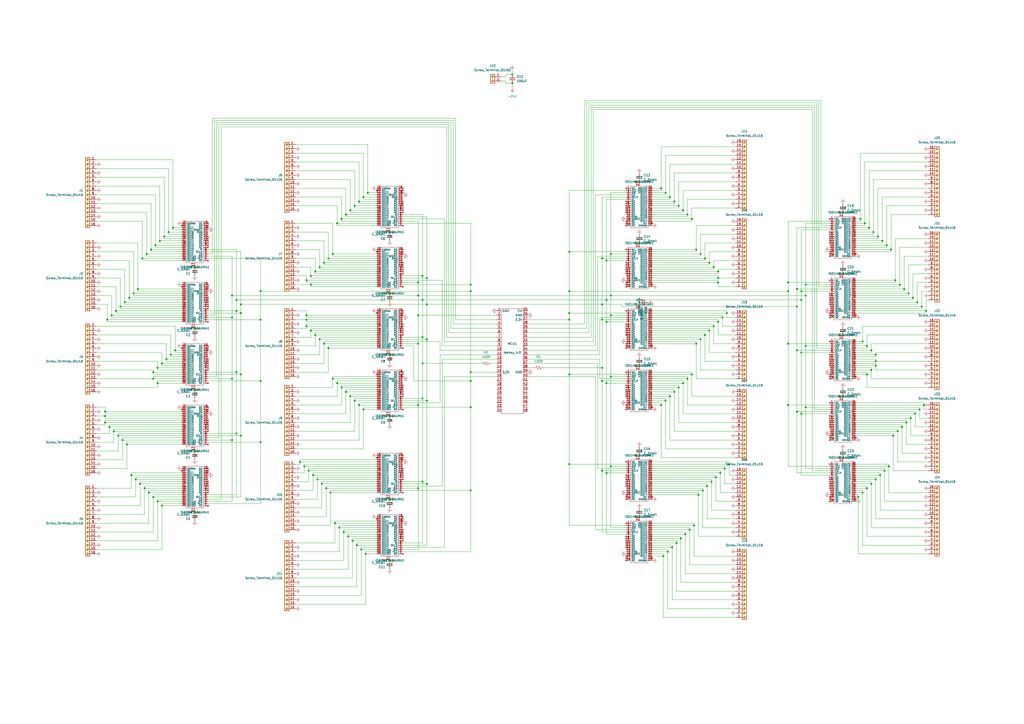
<source format=kicad_sch>
(kicad_sch (version 20211123) (generator eeschema)
  (paper "A2")
  (junction (at 78.74 278.13))
  (junction (at 96.52 208.28))
  (junction (at 467.36 200.66))
  (junction (at 464.82 204.47))
  (junction (at 505.46 203.2))
  (junction (at 519.43 162.56))
  (junction (at 137.16 251.46))
  (junction (at 198.12 127))
  (junction (at 407.67 284.48))
  (junction (at 185.42 154.94))
  (junction (at 71.12 255.27))
  (junction (at 273.05 165.1))
  (junction (at 354.33 182.88))
  (junction (at 200.66 124.46))
  (junction (at 203.2 121.92))
  (junction (at 177.8 185.42))
  (junction (at 204.47 313.69))
  (junction (at 245.11 195.58))
  (junction (at 205.74 119.38))
  (junction (at 414.02 189.23))
  (junction (at 182.88 157.48))
  (junction (at 139.7 217.17))
  (junction (at 210.82 114.3))
  (junction (at 457.2 163.83))
  (junction (at 139.7 252.73))
  (junction (at 393.7 224.79))
  (junction (at 194.31 303.53))
  (junction (at 247.65 161.29))
  (junction (at 209.55 318.77))
  (junction (at 410.21 281.94))
  (junction (at 226.06 134.62))
  (junction (at 401.32 127))
  (junction (at 502.92 217.17))
  (junction (at 502.92 283.21))
  (junction (at 349.25 149.86))
  (junction (at 532.13 175.26))
  (junction (at 398.78 124.46))
  (junction (at 370.84 264.16))
  (junction (at 508 205.74))
  (junction (at 195.58 129.54))
  (junction (at 151.13 220.98))
  (junction (at 330.2 181.61))
  (junction (at 196.85 306.07))
  (junction (at 406.4 147.32))
  (junction (at 330.2 269.24))
  (junction (at 80.01 167.64))
  (junction (at 176.53 270.51))
  (junction (at 91.44 290.83))
  (junction (at 406.4 196.85))
  (junction (at 330.2 185.42))
  (junction (at 195.58 222.25))
  (junction (at 488.95 229.87))
  (junction (at 100.33 132.08))
  (junction (at 370.84 299.72))
  (junction (at 391.16 227.33))
  (junction (at 137.16 215.9))
  (junction (at 533.4 237.49))
  (junction (at 422.91 269.24))
  (junction (at 134.62 255.27))
  (junction (at 391.16 116.84))
  (junction (at 85.09 147.32))
  (junction (at 297.18 48.26))
  (junction (at 457.2 168.91))
  (junction (at 184.15 278.13))
  (junction (at 508 209.55))
  (junction (at 524.51 167.64))
  (junction (at 63.5 247.65))
  (junction (at 351.79 274.32))
  (junction (at 349.25 273.05))
  (junction (at 180.34 191.77))
  (junction (at 488.95 158.75))
  (junction (at 205.74 232.41))
  (junction (at 193.04 219.71))
  (junction (at 403.86 199.39))
  (junction (at 60.96 245.11))
  (junction (at 226.06 289.56))
  (junction (at 330.2 168.91))
  (junction (at 464.82 168.91))
  (junction (at 513.08 273.05))
  (junction (at 420.37 271.78))
  (junction (at 400.05 307.34))
  (junction (at 383.54 234.95))
  (junction (at 414.02 154.94))
  (junction (at 421.64 181.61))
  (junction (at 354.33 270.51))
  (junction (at 187.96 199.39))
  (junction (at 273.05 284.48))
  (junction (at 186.69 280.67))
  (junction (at 520.7 250.19))
  (junction (at 190.5 149.86))
  (junction (at 501.65 129.54))
  (junction (at 384.81 322.58))
  (junction (at 392.43 314.96))
  (junction (at 242.57 199.39))
  (junction (at 349.25 213.36))
  (junction (at 349.25 185.42))
  (junction (at 242.57 163.83))
  (junction (at 181.61 275.59))
  (junction (at 500.38 285.75))
  (junction (at 514.35 142.24))
  (junction (at 180.34 165.1))
  (junction (at 88.9 219.71))
  (junction (at 416.56 163.83))
  (junction (at 82.55 149.86))
  (junction (at 245.11 210.82))
  (junction (at 354.33 147.32))
  (junction (at 467.36 171.45))
  (junction (at 113.03 261.62))
  (junction (at 297.18 43.18))
  (junction (at 411.48 191.77))
  (junction (at 351.79 186.69))
  (junction (at 488.95 123.19))
  (junction (at 226.06 205.74))
  (junction (at 245.11 279.4))
  (junction (at 528.32 242.57))
  (junction (at 518.16 252.73))
  (junction (at 354.33 171.45))
  (junction (at 412.75 279.4))
  (junction (at 370.84 175.26))
  (junction (at 182.88 194.31))
  (junction (at 511.81 139.7))
  (junction (at 73.66 257.81))
  (junction (at 386.08 232.41))
  (junction (at 502.92 200.66))
  (junction (at 462.28 167.64))
  (junction (at 508 278.13))
  (junction (at 193.04 147.32))
  (junction (at 417.83 274.32))
  (junction (at 401.32 217.17))
  (junction (at 137.16 180.34))
  (junction (at 273.05 236.22))
  (junction (at 349.25 176.53))
  (junction (at 207.01 316.23))
  (junction (at 247.65 280.67))
  (junction (at 200.66 227.33))
  (junction (at 388.62 114.3))
  (junction (at 139.7 181.61))
  (junction (at 242.57 171.45))
  (junction (at 151.13 185.42))
  (junction (at 499.11 127))
  (junction (at 245.11 173.99))
  (junction (at 403.86 144.78))
  (junction (at 273.05 168.91))
  (junction (at 208.28 234.95))
  (junction (at 370.84 140.97))
  (junction (at 402.59 304.8))
  (junction (at 74.93 172.72))
  (junction (at 351.79 151.13))
  (junction (at 389.89 317.5))
  (junction (at 534.67 177.8))
  (junction (at 210.82 237.49))
  (junction (at 67.31 180.34))
  (junction (at 273.05 215.9))
  (junction (at 488.95 194.31))
  (junction (at 92.71 139.7))
  (junction (at 464.82 240.03))
  (junction (at 93.98 210.82))
  (junction (at 189.23 283.21))
  (junction (at 226.06 241.3))
  (junction (at 91.44 213.36))
  (junction (at 510.54 275.59))
  (junction (at 397.51 309.88))
  (junction (at 173.99 267.97))
  (junction (at 387.35 320.04))
  (junction (at 505.46 214.63))
  (junction (at 93.98 293.37))
  (junction (at 349.25 220.98))
  (junction (at 151.13 256.54))
  (junction (at 60.96 238.76))
  (junction (at 87.63 144.78))
  (junction (at 467.36 236.22))
  (junction (at 386.08 111.76))
  (junction (at 529.59 172.72))
  (junction (at 180.34 160.02))
  (junction (at 247.65 196.85))
  (junction (at 273.05 220.98))
  (junction (at 396.24 222.25))
  (junction (at 88.9 288.29))
  (junction (at 416.56 157.48))
  (junction (at 208.28 116.84))
  (junction (at 245.11 160.02))
  (junction (at 113.03 297.18))
  (junction (at 62.23 185.42))
  (junction (at 330.2 217.17))
  (junction (at 457.2 234.95))
  (junction (at 90.17 142.24))
  (junction (at 351.79 173.99))
  (junction (at 68.58 252.73))
  (junction (at 509.27 137.16))
  (junction (at 226.06 170.18))
  (junction (at 64.77 182.88))
  (junction (at 198.12 224.79))
  (junction (at 505.46 280.67))
  (junction (at 81.28 280.67))
  (junction (at 213.36 111.76))
  (junction (at 113.03 190.5))
  (junction (at 88.9 215.9))
  (junction (at 516.89 144.78))
  (junction (at 457.2 199.39))
  (junction (at 462.28 203.2))
  (junction (at 521.97 165.1))
  (junction (at 515.62 270.51))
  (junction (at 177.8 189.23))
  (junction (at 411.48 152.4))
  (junction (at 388.62 229.87))
  (junction (at 393.7 119.38))
  (junction (at 500.38 198.12))
  (junction (at 415.29 276.86))
  (junction (at 177.8 162.56))
  (junction (at 134.62 171.45))
  (junction (at 394.97 312.42))
  (junction (at 488.95 265.43))
  (junction (at 405.13 287.02))
  (junction (at 72.39 175.26))
  (junction (at 151.13 168.91))
  (junction (at 86.36 285.75))
  (junction (at 97.79 134.62))
  (junction (at 242.57 182.88))
  (junction (at 396.24 121.92))
  (junction (at 191.77 285.75))
  (junction (at 242.57 234.95))
  (junction (at 523.24 247.65))
  (junction (at 330.2 146.05))
  (junction (at 354.33 218.44))
  (junction (at 101.6 203.2))
  (junction (at 416.56 186.69))
  (junction (at 226.06 325.12))
  (junction (at 527.05 170.18))
  (junction (at 190.5 201.93))
  (junction (at 383.54 109.22))
  (junction (at 245.11 231.14))
  (junction (at 247.65 176.53))
  (junction (at 60.96 241.3))
  (junction (at 525.78 245.11))
  (junction (at 419.1 184.15))
  (junction (at 212.09 321.31))
  (junction (at 134.62 219.71))
  (junction (at 177.8 182.88))
  (junction (at 408.94 149.86))
  (junction (at 530.86 240.03))
  (junction (at 506.73 134.62))
  (junction (at 416.56 161.29))
  (junction (at 179.07 273.05))
  (junction (at 537.21 180.34))
  (junction (at 139.7 176.53))
  (junction (at 408.94 194.31))
  (junction (at 504.19 132.08))
  (junction (at 398.78 219.71))
  (junction (at 66.04 250.19))
  (junction (at 242.57 283.21))
  (junction (at 199.39 308.61))
  (junction (at 76.2 275.59))
  (junction (at 95.25 137.16))
  (junction (at 462.28 238.76))
  (junction (at 137.16 173.99))
  (junction (at 467.36 165.1))
  (junction (at 185.42 196.85))
  (junction (at 203.2 229.87))
  (junction (at 134.62 184.15))
  (junction (at 351.79 222.25))
  (junction (at 370.84 105.41))
  (junction (at 508 212.09))
  (junction (at 462.28 177.8))
  (junction (at 201.93 311.15))
  (junction (at 187.96 152.4))
  (junction (at 247.65 232.41))
  (junction (at 370.84 212.09))
  (junction (at 113.03 154.94))
  (junction (at 113.03 226.06))
  (junction (at 497.84 288.29))
  (junction (at 83.82 283.21))
  (junction (at 535.94 234.95))
  (junction (at 91.44 222.25))
  (junction (at 464.82 173.99))
  (junction (at 77.47 170.18))
  (junction (at 69.85 177.8))
  (junction (at 99.06 205.74))
  (wire (pts (xy 378.46 276.86) (xy 415.29 276.86)))
  (wire (pts (xy 523.24 247.65) (xy 523.24 262.89)))
  (wire (pts (xy 105.41 138.43) (xy 95.25 138.43)))
  (wire (pts (xy 416.56 158.75) (xy 416.56 157.48)))
  (wire (pts (xy 464.82 204.47) (xy 481.33 204.47)))
  (wire (pts (xy 378.46 320.04) (xy 387.35 320.04)))
  (wire (pts (xy 204.47 335.28) (xy 171.45 335.28)))
  (wire (pts (xy 344.17 198.12) (xy 344.17 63.5)))
  (wire (pts (xy 242.57 318.77) (xy 233.68 318.77)))
  (wire (pts (xy 349.25 185.42) (xy 349.25 176.53)))
  (wire (pts (xy 80.01 168.91) (xy 80.01 167.64)))
  (wire (pts (xy 388.62 228.6) (xy 388.62 229.87)))
  (wire (pts (xy 96.52 208.28) (xy 96.52 199.39)))
  (wire (pts (xy 256.54 200.66) (xy 256.54 162.56)))
  (wire (pts (xy 412.75 278.13) (xy 412.75 279.4)))
  (wire (pts (xy 496.57 127) (xy 499.11 127)))
  (wire (pts (xy 182.88 194.31) (xy 182.88 200.66)))
  (wire (pts (xy 504.19 133.35) (xy 504.19 132.08)))
  (wire (pts (xy 218.44 231.14) (xy 205.74 231.14)))
  (wire (pts (xy 123.19 147.32) (xy 120.65 147.32)))
  (wire (pts (xy 205.74 232.41) (xy 218.44 232.41)))
  (wire (pts (xy 378.46 217.17) (xy 401.32 217.17)))
  (wire (pts (xy 88.9 287.02) (xy 88.9 288.29)))
  (wire (pts (xy 360.68 177.8) (xy 360.68 176.53)))
  (wire (pts (xy 105.41 246.38) (xy 63.5 246.38)))
  (wire (pts (xy 297.18 40.64) (xy 297.18 43.18)))
  (wire (pts (xy 203.2 121.92) (xy 203.2 104.14)))
  (wire (pts (xy 151.13 220.98) (xy 151.13 256.54)))
  (wire (pts (xy 349.25 220.98) (xy 363.22 220.98)))
  (wire (pts (xy 408.94 140.97) (xy 426.72 140.97)))
  (wire (pts (xy 66.04 256.54) (xy 55.88 256.54)))
  (wire (pts (xy 496.57 283.21) (xy 502.92 283.21)))
  (wire (pts (xy 91.44 222.25) (xy 105.41 222.25)))
  (wire (pts (xy 405.13 287.02) (xy 405.13 311.15)))
  (wire (pts (xy 408.94 149.86) (xy 408.94 140.97)))
  (wire (pts (xy 151.13 168.91) (xy 151.13 185.42)))
  (wire (pts (xy 257.81 198.12) (xy 257.81 127)))
  (wire (pts (xy 198.12 127) (xy 198.12 114.3)))
  (wire (pts (xy 506.73 104.14) (xy 538.48 104.14)))
  (wire (pts (xy 378.46 114.3) (xy 388.62 114.3)))
  (wire (pts (xy 83.82 298.45) (xy 55.88 298.45)))
  (wire (pts (xy 105.41 218.44) (xy 88.9 218.44)))
  (wire (pts (xy 401.32 229.87) (xy 426.72 229.87)))
  (wire (pts (xy 60.96 245.11) (xy 105.41 245.11)))
  (wire (pts (xy 496.57 135.89) (xy 506.73 135.89)))
  (wire (pts (xy 510.54 275.59) (xy 510.54 295.91)))
  (wire (pts (xy 502.92 217.17) (xy 502.92 224.79)))
  (wire (pts (xy 185.42 144.78) (xy 171.45 144.78)))
  (wire (pts (xy 88.9 217.17) (xy 88.9 215.9)))
  (wire (pts (xy 530.86 238.76) (xy 530.86 240.03)))
  (wire (pts (xy 505.46 219.71) (xy 538.48 219.71)))
  (wire (pts (xy 389.89 347.98) (xy 426.72 347.98)))
  (wire (pts (xy 242.57 128.27) (xy 233.68 128.27)))
  (wire (pts (xy 97.79 134.62) (xy 97.79 97.79)))
  (wire (pts (xy 218.44 274.32) (xy 181.61 274.32)))
  (wire (pts (xy 245.11 279.4) (xy 245.11 314.96)))
  (wire (pts (xy 467.36 171.45) (xy 467.36 165.1)))
  (wire (pts (xy 496.57 201.93) (xy 502.92 201.93)))
  (wire (pts (xy 401.32 217.17) (xy 401.32 229.87)))
  (wire (pts (xy 176.53 269.24) (xy 176.53 270.51)))
  (wire (pts (xy 86.36 303.53) (xy 55.88 303.53)))
  (wire (pts (xy 151.13 292.1) (xy 120.65 292.1)))
  (wire (pts (xy 420.37 271.78) (xy 420.37 280.67)))
  (wire (pts (xy 515.62 285.75) (xy 538.48 285.75)))
  (wire (pts (xy 218.44 320.04) (xy 212.09 320.04)))
  (wire (pts (xy 137.16 251.46) (xy 120.65 251.46)))
  (wire (pts (xy 378.46 308.61) (xy 397.51 308.61)))
  (wire (pts (xy 467.36 271.78) (xy 481.33 271.78)))
  (wire (pts (xy 500.38 198.12) (xy 500.38 189.23)))
  (wire (pts (xy 473.71 201.93) (xy 481.33 201.93)))
  (wire (pts (xy 464.82 133.35) (xy 481.33 133.35)))
  (wire (pts (xy 127 254) (xy 120.65 254)))
  (wire (pts (xy 378.46 285.75) (xy 405.13 285.75)))
  (wire (pts (xy 218.44 160.02) (xy 180.34 160.02)))
  (wire (pts (xy 218.44 271.78) (xy 179.07 271.78)))
  (wire (pts (xy 284.48 210.82) (xy 288.29 210.82)))
  (wire (pts (xy 63.5 251.46) (xy 55.88 251.46)))
  (wire (pts (xy 193.04 218.44) (xy 193.04 219.71)))
  (wire (pts (xy 218.44 113.03) (xy 213.36 113.03)))
  (wire (pts (xy 151.13 149.86) (xy 120.65 149.86)))
  (wire (pts (xy 349.25 273.05) (xy 349.25 308.61)))
  (wire (pts (xy 196.85 304.8) (xy 196.85 306.07)))
  (wire (pts (xy 92.71 139.7) (xy 92.71 107.95)))
  (wire (pts (xy 182.88 200.66) (xy 171.45 200.66)))
  (wire (pts (xy 378.46 271.78) (xy 420.37 271.78)))
  (wire (pts (xy 208.28 234.95) (xy 218.44 234.95)))
  (wire (pts (xy 351.79 115.57) (xy 363.22 115.57)))
  (wire (pts (xy 196.85 306.07) (xy 218.44 306.07)))
  (wire (pts (xy 410.21 281.94) (xy 410.21 300.99)))
  (wire (pts (xy 190.5 149.86) (xy 190.5 134.62)))
  (wire (pts (xy 93.98 204.47) (xy 55.88 204.47)))
  (wire (pts (xy 218.44 125.73) (xy 200.66 125.73)))
  (wire (pts (xy 105.41 137.16) (xy 95.25 137.16)))
  (wire (pts (xy 535.94 234.95) (xy 535.94 237.49)))
  (wire (pts (xy 273.05 284.48) (xy 273.05 320.04)))
  (wire (pts (xy 200.66 227.33) (xy 218.44 227.33)))
  (wire (pts (xy 464.82 240.03) (xy 481.33 240.03)))
  (wire (pts (xy 184.15 278.13) (xy 218.44 278.13)))
  (wire (pts (xy 177.8 187.96) (xy 177.8 189.23)))
  (wire (pts (xy 78.74 288.29) (xy 55.88 288.29)))
  (wire (pts (xy 134.62 184.15) (xy 120.65 184.15)))
  (wire (pts (xy 403.86 146.05) (xy 403.86 144.78)))
  (wire (pts (xy 378.46 194.31) (xy 408.94 194.31)))
  (wire (pts (xy 193.04 219.71) (xy 218.44 219.71)))
  (wire (pts (xy 508 212.09) (xy 508 214.63)))
  (wire (pts (xy 187.96 199.39) (xy 218.44 199.39)))
  (wire (pts (xy 360.68 177.8) (xy 462.28 177.8)))
  (wire (pts (xy 105.41 207.01) (xy 99.06 207.01)))
  (wire (pts (xy 71.12 255.27) (xy 105.41 255.27)))
  (wire (pts (xy 506.73 134.62) (xy 506.73 104.14)))
  (wire (pts (xy 81.28 279.4) (xy 81.28 280.67)))
  (wire (pts (xy 514.35 143.51) (xy 514.35 142.24)))
  (wire (pts (xy 354.33 171.45) (xy 467.36 171.45)))
  (wire (pts (xy 180.34 160.02) (xy 180.34 154.94)))
  (wire (pts (xy 378.46 267.97) (xy 422.91 267.97)))
  (wire (pts (xy 184.15 278.13) (xy 184.15 289.56)))
  (wire (pts (xy 496.57 137.16) (xy 509.27 137.16)))
  (wire (pts (xy 386.08 232.41) (xy 386.08 260.35)))
  (wire (pts (xy 195.58 129.54) (xy 195.58 119.38)))
  (wire (pts (xy 496.57 285.75) (xy 500.38 285.75)))
  (wire (pts (xy 76.2 275.59) (xy 76.2 283.21)))
  (wire (pts (xy 393.7 223.52) (xy 393.7 224.79)))
  (wire (pts (xy 378.46 218.44) (xy 398.78 218.44)))
  (wire (pts (xy 416.56 186.69) (xy 416.56 194.31)))
  (wire (pts (xy 105.41 289.56) (xy 91.44 289.56)))
  (wire (pts (xy 207.01 340.36) (xy 171.45 340.36)))
  (wire (pts (xy 518.16 252.73) (xy 518.16 273.05)))
  (wire (pts (xy 187.96 210.82) (xy 171.45 210.82)))
  (wire (pts (xy 134.62 171.45) (xy 134.62 148.59)))
  (wire (pts (xy 96.52 209.55) (xy 96.52 208.28)))
  (wire (pts (xy 378.46 283.21) (xy 407.67 283.21)))
  (wire (pts (xy 406.4 214.63) (xy 426.72 214.63)))
  (wire (pts (xy 505.46 203.2) (xy 505.46 199.39)))
  (wire (pts (xy 233.68 198.12) (xy 255.27 198.12)))
  (wire (pts (xy 398.78 124.46) (xy 398.78 115.57)))
  (wire (pts (xy 330.2 146.05) (xy 330.2 110.49)))
  (wire (pts (xy 378.46 269.24) (xy 422.91 269.24)))
  (wire (pts (xy 422.91 267.97) (xy 422.91 269.24)))
  (wire (pts (xy 496.57 281.94) (xy 502.92 281.94)))
  (wire (pts (xy 151.13 256.54) (xy 120.65 256.54)))
  (wire (pts (xy 255.27 205.74) (xy 255.27 233.68)))
  (wire (pts (xy 378.46 275.59) (xy 415.29 275.59)))
  (wire (pts (xy 124.46 69.85) (xy 262.89 69.85)))
  (wire (pts (xy 201.93 309.88) (xy 201.93 311.15)))
  (wire (pts (xy 378.46 158.75) (xy 416.56 158.75)))
  (wire (pts (xy 218.44 182.88) (xy 177.8 182.88)))
  (wire (pts (xy 403.86 130.81) (xy 426.72 130.81)))
  (wire (pts (xy 200.66 125.73) (xy 200.66 124.46)))
  (wire (pts (xy 177.8 160.02) (xy 171.45 160.02)))
  (wire (pts (xy 422.91 269.24) (xy 422.91 275.59)))
  (wire (pts (xy 218.44 130.81) (xy 195.58 130.81)))
  (wire (pts (xy 534.67 179.07) (xy 534.67 177.8)))
  (wire (pts (xy 403.86 199.39) (xy 403.86 219.71)))
  (wire (pts (xy 245.11 210.82) (xy 245.11 231.14)))
  (wire (pts (xy 398.78 218.44) (xy 398.78 219.71)))
  (wire (pts (xy 137.16 215.9) (xy 137.16 251.46)))
  (wire (pts (xy 245.11 173.99) (xy 351.79 173.99)))
  (wire (pts (xy 403.86 144.78) (xy 403.86 130.81)))
  (wire (pts (xy 297.18 48.26) (xy 297.18 50.8)))
  (wire (pts (xy 351.79 222.25) (xy 363.22 222.25)))
  (wire (pts (xy 290.83 44.45) (xy 293.37 44.45)))
  (wire (pts (xy 105.41 177.8) (xy 69.85 177.8)))
  (wire (pts (xy 457.2 168.91) (xy 457.2 163.83)))
  (wire (pts (xy 306.07 213.36) (xy 309.88 213.36)))
  (wire (pts (xy 378.46 121.92) (xy 396.24 121.92)))
  (wire (pts (xy 179.07 273.05) (xy 179.07 279.4)))
  (wire (pts (xy 516.89 124.46) (xy 538.48 124.46)))
  (wire (pts (xy 496.57 165.1) (xy 521.97 165.1)))
  (wire (pts (xy 189.23 281.94) (xy 189.23 283.21)))
  (wire (pts (xy 64.77 171.45) (xy 55.88 171.45)))
  (wire (pts (xy 233.68 127) (xy 257.81 127)))
  (wire (pts (xy 100.33 132.08) (xy 100.33 92.71)))
  (wire (pts (xy 273.05 284.48) (xy 233.68 284.48)))
  (wire (pts (xy 349.25 308.61) (xy 363.22 308.61)))
  (wire (pts (xy 414.02 154.94) (xy 414.02 151.13)))
  (wire (pts (xy 533.4 237.49) (xy 533.4 242.57)))
  (wire (pts (xy 501.65 129.54) (xy 501.65 93.98)))
  (wire (pts (xy 391.16 250.19) (xy 426.72 250.19)))
  (wire (pts (xy 201.93 330.2) (xy 171.45 330.2)))
  (wire (pts (xy 204.47 313.69) (xy 204.47 335.28)))
  (wire (pts (xy 195.58 130.81) (xy 195.58 129.54)))
  (wire (pts (xy 194.31 302.26) (xy 194.31 303.53)))
  (wire (pts (xy 186.69 294.64) (xy 171.45 294.64)))
  (wire (pts (xy 378.46 233.68) (xy 383.54 233.68)))
  (wire (pts (xy 378.46 196.85) (xy 406.4 196.85)))
  (wire (pts (xy 464.82 240.03) (xy 464.82 275.59)))
  (wire (pts (xy 306.07 210.82) (xy 346.71 210.82)))
  (wire (pts (xy 73.66 271.78) (xy 55.88 271.78)))
  (wire (pts (xy 462.28 238.76) (xy 481.33 238.76)))
  (wire (pts (xy 200.66 227.33) (xy 200.66 240.03)))
  (wire (pts (xy 508 204.47) (xy 538.48 204.47)))
  (wire (pts (xy 247.65 176.53) (xy 247.65 161.29)))
  (wire (pts (xy 500.38 284.48) (xy 500.38 285.75)))
  (wire (pts (xy 256.54 208.28) (xy 256.54 281.94)))
  (wire (pts (xy 472.44 237.49) (xy 481.33 237.49)))
  (wire (pts (xy 87.63 146.05) (xy 87.63 144.78)))
  (wire (pts (xy 414.02 187.96) (xy 414.02 189.23)))
  (wire (pts (xy 200.66 109.22) (xy 171.45 109.22)))
  (wire (pts (xy 101.6 204.47) (xy 101.6 203.2)))
  (wire (pts (xy 391.16 100.33) (xy 426.72 100.33)))
  (wire (pts (xy 210.82 237.49) (xy 210.82 260.35)))
  (wire (pts (xy 398.78 219.71) (xy 398.78 234.95)))
  (wire (pts (xy 233.68 195.58) (xy 245.11 195.58)))
  (wire (pts (xy 93.98 210.82) (xy 93.98 204.47)))
  (wire (pts (xy 505.46 306.07) (xy 538.48 306.07)))
  (wire (pts (xy 510.54 295.91) (xy 538.48 295.91)))
  (wire (pts (xy 288.29 208.28) (xy 256.54 208.28)))
  (wire (pts (xy 496.57 248.92) (xy 520.7 248.92)))
  (wire (pts (xy 378.46 231.14) (xy 386.08 231.14)))
  (wire (pts (xy 462.28 238.76) (xy 462.28 274.32)))
  (wire (pts (xy 86.36 285.75) (xy 105.41 285.75)))
  (wire (pts (xy 134.62 255.27) (xy 134.62 290.83)))
  (wire (pts (xy 203.2 245.11) (xy 171.45 245.11)))
  (wire (pts (xy 496.57 243.84) (xy 525.78 243.84)))
  (wire (pts (xy 341.63 60.96) (xy 341.63 193.04)))
  (wire (pts (xy 208.28 93.98) (xy 171.45 93.98)))
  (wire (pts (xy 513.08 273.05) (xy 513.08 290.83)))
  (wire (pts (xy 205.74 120.65) (xy 205.74 119.38)))
  (wire (pts (xy 457.2 199.39) (xy 457.2 234.95)))
  (wire (pts (xy 386.08 260.35) (xy 426.72 260.35)))
  (wire (pts (xy 247.65 316.23) (xy 233.68 316.23)))
  (wire (pts (xy 177.8 186.69) (xy 177.8 185.42)))
  (wire (pts (xy 496.57 198.12) (xy 500.38 198.12)))
  (wire (pts (xy 347.98 219.71) (xy 363.22 219.71)))
  (wire (pts (xy 408.94 209.55) (xy 426.72 209.55)))
  (wire (pts (xy 349.25 176.53) (xy 247.65 176.53)))
  (wire (pts (xy 139.7 181.61) (xy 139.7 217.17)))
  (wire (pts (xy 177.8 189.23) (xy 218.44 189.23)))
  (wire (pts (xy 105.41 238.76) (xy 60.96 238.76)))
  (wire (pts (xy 139.7 217.17) (xy 120.65 217.17)))
  (wire (pts (xy 242.57 199.39) (xy 233.68 199.39)))
  (wire (pts (xy 508 207.01) (xy 508 205.74)))
  (wire (pts (xy 378.46 110.49) (xy 383.54 110.49)))
  (wire (pts (xy 105.41 220.98) (xy 91.44 220.98)))
  (wire (pts (xy 288.29 193.04) (xy 260.35 193.04)))
  (wire (pts (xy 218.44 279.4) (xy 186.69 279.4)))
  (wire (pts (xy 306.07 193.04) (xy 341.63 193.04)))
  (wire (pts (xy 462.28 167.64) (xy 462.28 177.8)))
  (wire (pts (xy 340.36 59.69) (xy 340.36 190.5)))
  (wire (pts (xy 511.81 140.97) (xy 511.81 139.7)))
  (wire (pts (xy 240.03 200.66) (xy 240.03 220.98)))
  (wire (pts (xy 218.44 312.42) (xy 204.47 312.42)))
  (wire (pts (xy 496.57 276.86) (xy 508 276.86)))
  (wire (pts (xy 247.65 232.41) (xy 233.68 232.41)))
  (wire (pts (xy 496.57 234.95) (xy 535.94 234.95)))
  (wire (pts (xy 173.99 267.97) (xy 173.99 269.24)))
  (wire (pts (xy 383.54 265.43) (xy 426.72 265.43)))
  (wire (pts (xy 213.36 113.03) (xy 213.36 111.76)))
  (wire (pts (xy 193.04 129.54) (xy 171.45 129.54)))
  (wire (pts (xy 173.99 266.7) (xy 173.99 267.97)))
  (wire (pts (xy 416.56 156.21) (xy 426.72 156.21)))
  (wire (pts (xy 207.01 316.23) (xy 218.44 316.23)))
  (wire (pts (xy 511.81 114.3) (xy 538.48 114.3)))
  (wire (pts (xy 378.46 160.02) (xy 416.56 160.02)))
  (wire (pts (xy 496.57 288.29) (xy 497.84 288.29)))
  (wire (pts (xy 354.33 218.44) (xy 354.33 270.51)))
  (wire (pts (xy 392.43 314.96) (xy 392.43 342.9)))
  (wire (pts (xy 218.44 121.92) (xy 203.2 121.92)))
  (wire (pts (xy 101.6 189.23) (xy 55.88 189.23)))
  (wire (pts (xy 245.11 231.14) (xy 233.68 231.14)))
  (wire (pts (xy 378.46 161.29) (xy 416.56 161.29)))
  (wire (pts (xy 378.46 304.8) (xy 402.59 304.8)))
  (wire (pts (xy 203.2 104.14) (xy 171.45 104.14)))
  (wire (pts (xy 273.05 220.98) (xy 273.05 236.22)))
  (wire (pts (xy 74.93 172.72) (xy 74.93 151.13)))
  (wire (pts (xy 416.56 185.42) (xy 416.56 186.69)))
  (wire (pts (xy 60.96 241.3) (xy 105.41 241.3)))
  (wire (pts (xy 191.77 284.48) (xy 191.77 285.75)))
  (wire (pts (xy 290.83 46.99) (xy 293.37 46.99)))
  (wire (pts (xy 416.56 157.48) (xy 416.56 156.21)))
  (wire (pts (xy 406.4 196.85) (xy 406.4 214.63)))
  (wire (pts (xy 105.41 171.45) (xy 77.47 171.45)))
  (wire (pts (xy 496.57 236.22) (xy 533.4 236.22)))
  (wire (pts (xy 91.44 214.63) (xy 91.44 213.36)))
  (wire (pts (xy 273.05 215.9) (xy 273.05 168.91)))
  (wire (pts (xy 190.5 201.93) (xy 218.44 201.93)))
  (wire (pts (xy 398.78 115.57) (xy 426.72 115.57)))
  (wire (pts (xy 199.39 308.61) (xy 218.44 308.61)))
  (wire (pts (xy 194.31 303.53) (xy 218.44 303.53)))
  (wire (pts (xy 496.57 180.34) (xy 537.21 180.34)))
  (wire (pts (xy 378.46 152.4) (xy 411.48 152.4)))
  (wire (pts (xy 233.68 281.94) (xy 256.54 281.94)))
  (wire (pts (xy 457.2 234.95) (xy 457.2 270.51)))
  (wire (pts (xy 340.36 59.69) (xy 474.98 59.69)))
  (wire (pts (xy 421.64 184.15) (xy 426.72 184.15)))
  (wire (pts (xy 421.64 181.61) (xy 421.64 184.15)))
  (wire (pts (xy 347.98 205.74) (xy 347.98 184.15)))
  (wire (pts (xy 182.88 149.86) (xy 171.45 149.86)))
  (wire (pts (xy 387.35 318.77) (xy 387.35 320.04)))
  (wire (pts (xy 184.15 276.86) (xy 184.15 278.13)))
  (wire (pts (xy 198.12 114.3) (xy 171.45 114.3)))
  (wire (pts (xy 257.81 218.44) (xy 257.81 317.5)))
  (wire (pts (xy 194.31 314.96) (xy 171.45 314.96)))
  (wire (pts (xy 411.48 152.4) (xy 411.48 146.05)))
  (wire (pts (xy 82.55 149.86) (xy 82.55 128.27)))
  (wire (pts (xy 71.12 255.27) (xy 71.12 266.7)))
  (wire (pts (xy 105.41 217.17) (xy 88.9 217.17)))
  (wire (pts (xy 218.44 119.38) (xy 205.74 119.38)))
  (wire (pts (xy 330.2 269.24) (xy 363.22 269.24)))
  (wire (pts (xy 173.99 267.97) (xy 218.44 267.97)))
  (wire (pts (xy 471.17 63.5) (xy 471.17 273.05)))
  (wire (pts (xy 95.25 138.43) (xy 95.25 137.16)))
  (wire (pts (xy 412.75 279.4) (xy 412.75 295.91)))
  (wire (pts (xy 496.57 179.07) (xy 534.67 179.07)))
  (wire (pts (xy 137.16 251.46) (xy 137.16 287.02)))
  (wire (pts (xy 245.11 279.4) (xy 233.68 279.4)))
  (wire (pts (xy 101.6 203.2) (xy 101.6 189.23)))
  (wire (pts (xy 501.65 93.98) (xy 538.48 93.98)))
  (wire (pts (xy 496.57 168.91) (xy 524.51 168.91)))
  (wire (pts (xy 378.46 312.42) (xy 394.97 312.42)))
  (wire (pts (xy 388.62 95.25) (xy 426.72 95.25)))
  (wire (pts (xy 520.7 250.19) (xy 520.7 267.97)))
  (wire (pts (xy 417.83 274.32) (xy 417.83 285.75)))
  (wire (pts (xy 218.44 147.32) (xy 193.04 147.32)))
  (wire (pts (xy 62.23 176.53) (xy 55.88 176.53)))
  (wire (pts (xy 378.46 223.52) (xy 393.7 223.52)))
  (wire (pts (xy 207.01 316.23) (xy 207.01 340.36)))
  (wire (pts (xy 501.65 130.81) (xy 501.65 129.54)))
  (wire (pts (xy 182.88 158.75) (xy 182.88 157.48)))
  (wire (pts (xy 349.25 149.86) (xy 349.25 114.3)))
  (wire (pts (xy 137.16 180.34) (xy 137.16 215.9)))
  (wire (pts (xy 91.44 222.25) (xy 91.44 224.79)))
  (wire (pts (xy 378.46 125.73) (xy 398.78 125.73)))
  (wire (pts (xy 182.88 193.04) (xy 182.88 194.31)))
  (wire (pts (xy 242.57 171.45) (xy 354.33 171.45)))
  (wire (pts (xy 402.59 322.58) (xy 426.72 322.58)))
  (wire (pts (xy 508 208.28) (xy 508 209.55)))
  (wire (pts (xy 525.78 245.11) (xy 525.78 257.81)))
  (wire (pts (xy 120.65 185.42) (xy 151.13 185.42)))
  (wire (pts (xy 351.79 186.69) (xy 351.79 222.25)))
  (wire (pts (xy 464.82 168.91) (xy 464.82 133.35)))
  (wire (pts (xy 88.9 219.71) (xy 105.41 219.71)))
  (wire (pts (xy 457.2 168.91) (xy 457.2 199.39)))
  (wire (pts (xy 293.37 48.26) (xy 297.18 48.26)))
  (wire (pts (xy 397.51 309.88) (xy 397.51 332.74)))
  (wire (pts (xy 74.93 151.13) (xy 55.88 151.13)))
  (wire (pts (xy 193.04 147.32) (xy 193.04 129.54)))
  (wire (pts (xy 505.46 199.39) (xy 538.48 199.39)))
  (wire (pts (xy 134.62 290.83) (xy 120.65 290.83)))
  (wire (pts (xy 68.58 252.73) (xy 105.41 252.73)))
  (wire (pts (xy 378.46 227.33) (xy 391.16 227.33)))
  (wire (pts (xy 97.79 135.89) (xy 97.79 134.62)))
  (wire (pts (xy 134.62 219.71) (xy 120.65 219.71)))
  (wire (pts (xy 518.16 251.46) (xy 518.16 252.73)))
  (wire (pts (xy 247.65 176.53) (xy 139.7 176.53)))
  (wire (pts (xy 218.44 154.94) (xy 185.42 154.94)))
  (wire (pts (xy 496.57 279.4) (xy 505.46 279.4)))
  (wire (pts (xy 496.57 171.45) (xy 527.05 171.45)))
  (wire (pts (xy 474.98 166.37) (xy 481.33 166.37)))
  (wire (pts (xy 93.98 293.37) (xy 93.98 318.77)))
  (wire (pts (xy 179.07 273.05) (xy 218.44 273.05)))
  (wire (pts (xy 68.58 261.62) (xy 55.88 261.62)))
  (wire (pts (xy 378.46 149.86) (xy 408.94 149.86)))
  (wire (pts (xy 496.57 287.02) (xy 497.84 287.02)))
  (wire (pts (xy 499.11 88.9) (xy 538.48 88.9)))
  (wire (pts (xy 137.16 144.78) (xy 120.65 144.78)))
  (wire (pts (xy 72.39 176.53) (xy 72.39 175.26)))
  (wire (pts (xy 196.85 306.07) (xy 196.85 320.04)))
  (wire (pts (xy 125.73 71.12) (xy 261.62 71.12)))
  (wire (pts (xy 388.62 229.87) (xy 388.62 255.27)))
  (wire (pts (xy 60.96 238.76) (xy 60.96 236.22)))
  (wire (pts (xy 496.57 173.99) (xy 529.59 173.99)))
  (wire (pts (xy 378.46 281.94) (xy 410.21 281.94)))
  (wire (pts (xy 190.5 134.62) (xy 171.45 134.62)))
  (wire (pts (xy 392.43 342.9) (xy 426.72 342.9)))
  (wire (pts (xy 105.41 144.78) (xy 87.63 144.78)))
  (wire (pts (xy 218.44 200.66) (xy 190.5 200.66)))
  (wire (pts (xy 400.05 327.66) (xy 426.72 327.66)))
  (wire (pts (xy 213.36 111.76) (xy 213.36 83.82)))
  (wire (pts (xy 105.41 170.18) (xy 77.47 170.18)))
  (wire (pts (xy 457.2 128.27) (xy 481.33 128.27)))
  (wire (pts (xy 496.57 166.37) (xy 521.97 166.37)))
  (wire (pts (xy 416.56 161.29) (xy 426.72 161.29)))
  (wire (pts (xy 218.44 129.54) (xy 195.58 129.54)))
  (wire (pts (xy 177.8 184.15) (xy 177.8 182.88)))
  (wire (pts (xy 247.65 125.73) (xy 233.68 125.73)))
  (wire (pts (xy 349.25 176.53) (xy 349.25 149.86)))
  (wire (pts (xy 496.57 238.76) (xy 530.86 238.76)))
  (wire (pts (xy 396.24 222.25) (xy 396.24 240.03)))
  (wire (pts (xy 346.71 271.78) (xy 363.22 271.78)))
  (wire (pts (xy 378.46 163.83) (xy 416.56 163.83)))
  (wire (pts (xy 496.57 142.24) (xy 514.35 142.24)))
  (wire (pts (xy 134.62 184.15) (xy 134.62 219.71)))
  (wire (pts (xy 398.78 125.73) (xy 398.78 124.46)))
  (wire (pts (xy 196.85 320.04) (xy 171.45 320.04)))
  (wire (pts (xy 496.57 175.26) (xy 532.13 175.26)))
  (wire (pts (xy 181.61 275.59) (xy 218.44 275.59)))
  (wire (pts (xy 93.98 318.77) (xy 55.88 318.77)))
  (wire (pts (xy 123.19 68.58) (xy 123.19 147.32)))
  (wire (pts (xy 76.2 275.59) (xy 105.41 275.59)))
  (wire (pts (xy 233.68 200.66) (xy 240.03 200.66)))
  (wire (pts (xy 378.46 317.5) (xy 389.89 317.5)))
  (wire (pts (xy 245.11 210.82) (xy 279.4 210.82)))
  (wire (pts (xy 171.45 165.1) (xy 180.34 165.1)))
  (wire (pts (xy 389.89 317.5) (xy 389.89 347.98)))
  (wire (pts (xy 386.08 113.03) (xy 386.08 111.76)))
  (wire (pts (xy 508 210.82) (xy 508 212.09)))
  (wire (pts (xy 378.46 287.02) (xy 405.13 287.02)))
  (wire (pts (xy 139.7 176.53) (xy 139.7 181.61)))
  (wire (pts (xy 247.65 176.53) (xy 247.65 196.85)))
  (wire (pts (xy 288.29 203.2) (xy 255.27 203.2)))
  (wire (pts (xy 105.41 135.89) (xy 97.79 135.89)))
  (wire (pts (xy 496.57 284.48) (xy 500.38 284.48)))
  (wire (pts (xy 185.42 196.85) (xy 185.42 205.74)))
  (wire (pts (xy 210.82 236.22) (xy 210.82 237.49)))
  (wire (pts (xy 85.09 147.32) (xy 85.09 123.19)))
  (wire (pts (xy 502.92 215.9) (xy 502.92 217.17)))
  (wire (pts (xy 306.07 208.28) (xy 347.98 208.28)))
  (wire (pts (xy 378.46 120.65) (xy 393.7 120.65)))
  (wire (pts (xy 496.57 275.59) (xy 510.54 275.59)))
  (wire (pts (xy 396.24 121.92) (xy 396.24 110.49)))
  (wire (pts (xy 416.56 162.56) (xy 416.56 163.83)))
  (wire (pts (xy 515.62 270.51) (xy 515.62 285.75)))
  (wire (pts (xy 462.28 203.2) (xy 481.33 203.2)))
  (wire (pts (xy 105.41 151.13) (xy 82.55 151.13)))
  (wire (pts (xy 105.41 212.09) (xy 93.98 212.09)))
  (wire (pts (xy 496.57 200.66) (xy 502.92 200.66)))
  (wire (pts (xy 69.85 177.8) (xy 69.85 161.29)))
  (wire (pts (xy 76.2 283.21) (xy 55.88 283.21)))
  (wire (pts (xy 505.46 204.47) (xy 505.46 203.2)))
  (wire (pts (xy 520.7 267.97) (xy 538.48 267.97)))
  (wire (pts (xy 508 278.13) (xy 508 300.99)))
  (wire (pts (xy 137.16 180.34) (xy 120.65 180.34)))
  (wire (pts (xy 339.09 58.42) (xy 339.09 187.96)))
  (wire (pts (xy 414.02 199.39) (xy 426.72 199.39)))
  (wire (pts (xy 209.55 318.77) (xy 209.55 345.44)))
  (wire (pts (xy 180.34 165.1) (xy 218.44 165.1)))
  (wire (pts (xy 519.43 162.56) (xy 519.43 138.43)))
  (wire (pts (xy 105.41 180.34) (xy 67.31 180.34)))
  (wire (pts (xy 233.68 317.5) (xy 257.81 317.5)))
  (wire (pts (xy 187.96 139.7) (xy 171.45 139.7)))
  (wire (pts (xy 105.41 210.82) (xy 93.98 210.82)))
  (wire (pts (xy 505.46 279.4) (xy 505.46 280.67)))
  (wire (pts (xy 105.41 143.51) (xy 90.17 143.51)))
  (wire (pts (xy 218.44 317.5) (xy 209.55 317.5)))
  (wire (pts (xy 186.69 280.67) (xy 218.44 280.67)))
  (wire (pts (xy 203.2 229.87) (xy 203.2 245.11)))
  (wire (pts (xy 388.62 114.3) (xy 388.62 95.25)))
  (wire (pts (xy 218.44 304.8) (xy 196.85 304.8)))
  (wire (pts (xy 105.41 292.1) (xy 93.98 292.1)))
  (wire (pts (xy 264.16 185.42) (xy 264.16 68.58)))
  (wire (pts (xy 139.7 176.53) (xy 139.7 146.05)))
  (wire (pts (xy 87.63 144.78) (xy 87.63 118.11)))
  (wire (pts (xy 496.57 144.78) (xy 516.89 144.78)))
  (wire (pts (xy 105.41 248.92) (xy 66.04 248.92)))
  (wire (pts (xy 496.57 215.9) (xy 502.92 215.9)))
  (wire (pts (xy 416.56 160.02) (xy 416.56 161.29)))
  (wire (pts (xy 179.07 279.4) (xy 171.45 279.4)))
  (wire (pts (xy 288.29 190.5) (xy 261.62 190.5)))
  (wire (pts (xy 398.78 234.95) (xy 426.72 234.95)))
  (wire (pts (xy 273.05 165.1) (xy 273.05 129.54)))
  (wire (pts (xy 210.82 237.49) (xy 218.44 237.49)))
  (wire (pts (xy 218.44 187.96) (xy 177.8 187.96)))
  (wire (pts (xy 185.42 205.74) (xy 171.45 205.74)))
  (wire (pts (xy 402.59 303.53) (xy 402.59 304.8)))
  (wire (pts (xy 105.41 146.05) (xy 87.63 146.05)))
  (wire (pts (xy 330.2 269.24) (xy 330.2 304.8)))
  (wire (pts (xy 496.57 132.08) (xy 504.19 132.08)))
  (wire (pts (xy 378.46 124.46) (xy 398.78 124.46)))
  (wire (pts (xy 378.46 321.31) (xy 384.81 321.31)))
  (wire (pts (xy 288.29 200.66) (xy 256.54 200.66)))
  (wire (pts (xy 414.02 151.13) (xy 426.72 151.13)))
  (wire (pts (xy 127 72.39) (xy 127 254)))
  (wire (pts (xy 351.79 274.32) (xy 363.22 274.32)))
  (wire (pts (xy 139.7 252.73) (xy 139.7 288.29)))
  (wire (pts (xy 345.44 307.34) (xy 363.22 307.34)))
  (wire (pts (xy 378.46 148.59) (xy 406.4 148.59)))
  (wire (pts (xy 209.55 345.44) (xy 171.45 345.44)))
  (wire (pts (xy 515.62 269.24) (xy 515.62 270.51)))
  (wire (pts (xy 378.46 186.69) (xy 416.56 186.69)))
  (wire (pts (xy 407.67 284.48) (xy 407.67 306.07)))
  (wire (pts (xy 397.51 332.74) (xy 426.72 332.74)))
  (wire (pts (xy 105.41 214.63) (xy 91.44 214.63)))
  (wire (pts (xy 518.16 273.05) (xy 538.48 273.05)))
  (wire (pts (xy 351.79 151.13) (xy 351.79 115.57)))
  (wire (pts (xy 218.44 156.21) (xy 185.42 156.21)))
  (wire (pts (xy 218.44 284.48) (xy 191.77 284.48)))
  (wire (pts (xy 293.37 46.99) (xy 293.37 48.26)))
  (wire (pts (xy 378.46 313.69) (xy 392.43 313.69)))
  (wire (pts (xy 306.07 218.44) (xy 345.44 218.44)))
  (wire (pts (xy 496.57 273.05) (xy 513.08 273.05)))
  (wire (pts (xy 182.88 157.48) (xy 182.88 149.86)))
  (wire (pts (xy 242.57 182.88) (xy 242.57 171.45)))
  (wire (pts (xy 78.74 276.86) (xy 78.74 278.13)))
  (wire (pts (xy 191.77 285.75) (xy 191.77 304.8)))
  (wire (pts (xy 422.91 275.59) (xy 426.72 275.59)))
  (wire (pts (xy 500.38 316.23) (xy 538.48 316.23)))
  (wire (pts (xy 193.04 224.79) (xy 171.45 224.79)))
  (wire (pts (xy 105.41 132.08) (xy 100.33 132.08)))
  (wire (pts (xy 378.46 185.42) (xy 416.56 185.42)))
  (wire (pts (xy 182.88 194.31) (xy 218.44 194.31)))
  (wire (pts (xy 218.44 276.86) (xy 184.15 276.86)))
  (wire (pts (xy 260.35 193.04) (xy 260.35 72.39)))
  (wire (pts (xy 467.36 236.22) (xy 481.33 236.22)))
  (wire (pts (xy 393.7 245.11) (xy 426.72 245.11)))
  (wire (pts (xy 83.82 283.21) (xy 105.41 283.21)))
  (wire (pts (xy 105.41 243.84) (xy 60.96 243.84)))
  (wire (pts (xy 532.13 175.26) (xy 532.13 163.83)))
  (wire (pts (xy 245.11 231.14) (xy 245.11 279.4)))
  (wire (pts (xy 105.41 147.32) (xy 85.09 147.32)))
  (wire (pts (xy 496.57 139.7) (xy 511.81 139.7)))
  (wire (pts (xy 378.46 220.98) (xy 396.24 220.98)))
  (wire (pts (xy 180.34 190.5) (xy 180.34 191.77)))
  (wire (pts (xy 462.28 274.32) (xy 481.33 274.32)))
  (wire (pts (xy 105.41 284.48) (xy 86.36 284.48)))
  (wire (pts (xy 349.25 176.53) (xy 360.68 176.53)))
  (wire (pts (xy 354.33 147.32) (xy 354.33 111.76)))
  (wire (pts (xy 88.9 219.71) (xy 55.88 219.71)))
  (wire (pts (xy 508 300.99) (xy 538.48 300.99)))
  (wire (pts (xy 76.2 274.32) (xy 76.2 275.59)))
  (wire (pts (xy 233.68 165.1) (xy 273.05 165.1)))
  (wire (pts (xy 408.94 151.13) (xy 408.94 149.86)))
  (wire (pts (xy 392.43 313.69) (xy 392.43 314.96)))
  (wire (pts (xy 73.66 257.81) (xy 105.41 257.81)))
  (wire (pts (xy 182.88 193.04) (xy 218.44 193.04)))
  (wire (pts (xy 247.65 196.85) (xy 233.68 196.85)))
  (wire (pts (xy 200.66 226.06) (xy 200.66 227.33)))
  (wire (pts (xy 194.31 303.53) (xy 194.31 314.96)))
  (wire (pts (xy 523.24 262.89) (xy 538.48 262.89)))
  (wire (pts (xy 210.82 115.57) (xy 210.82 114.3)))
  (wire (pts (xy 344.17 63.5) (xy 471.17 63.5)))
  (wire (pts (xy 378.46 189.23) (xy 414.02 189.23)))
  (wire (pts (xy 90.17 142.24) (xy 90.17 113.03)))
  (wire (pts (xy 529.59 172.72) (xy 529.59 158.75)))
  (wire (pts (xy 378.46 123.19) (xy 396.24 123.19)))
  (wire (pts (xy 105.41 242.57) (xy 60.96 242.57)))
  (wire (pts (xy 467.36 165.1) (xy 481.33 165.1)))
  (wire (pts (xy 472.44 62.23) (xy 472.44 237.49)))
  (wire (pts (xy 245.11 160.02) (xy 245.11 124.46)))
  (wire (pts (xy 195.58 119.38) (xy 171.45 119.38)))
  (wire (pts (xy 402.59 304.8) (xy 402.59 322.58)))
  (wire (pts (xy 180.34 191.77) (xy 218.44 191.77)))
  (wire (pts (xy 349.25 213.36) (xy 349.25 185.42)))
  (wire (pts (xy 242.57 182.88) (xy 242.57 199.39)))
  (wire (pts (xy 351.79 274.32) (xy 351.79 309.88)))
  (wire (pts (xy 502.92 200.66) (xy 502.92 194.31)))
  (wire (pts (xy 419.1 189.23) (xy 426.72 189.23)))
  (wire (pts (xy 180.34 190.5) (xy 218.44 190.5)))
  (wire (pts (xy 233.68 233.68) (xy 255.27 233.68)))
  (wire (pts (xy 349.25 220.98) (xy 349.25 273.05)))
  (wire (pts (xy 105.41 208.28) (xy 96.52 208.28)))
  (wire (pts (xy 396.24 123.19) (xy 396.24 121.92)))
  (wire (pts (xy 218.44 124.46) (xy 200.66 124.46)))
  (wire (pts (xy 347.98 184.15) (xy 363.22 184.15)))
  (wire (pts (xy 218.44 184.15) (xy 177.8 184.15)))
  (wire (pts (xy 496.57 133.35) (xy 504.19 133.35)))
  (wire (pts (xy 60.96 245.11) (xy 60.96 246.38)))
  (wire (pts (xy 218.44 302.26) (xy 194.31 302.26)))
  (wire (pts (xy 351.79 186.69) (xy 363.22 186.69)))
  (wire (pts (xy 411.48 146.05) (xy 426.72 146.05)))
  (wire (pts (xy 247.65 232.41) (xy 247.65 280.67)))
  (wire (pts (xy 396.24 240.03) (xy 426.72 240.03)))
  (wire (pts (xy 529.59 158.75) (xy 538.48 158.75)))
  (wire (pts (xy 74.93 173.99) (xy 74.93 172.72)))
  (wire (pts (xy 467.36 200.66) (xy 467.36 236.22)))
  (wire (pts (xy 137.16 173.99) (xy 137.16 144.78)))
  (wire (pts (xy 55.88 241.3) (xy 60.96 241.3)))
  (wire (pts (xy 496.57 172.72) (xy 529.59 172.72)))
  (wire (pts (xy 218.44 236.22) (xy 210.82 236.22)))
  (wire (pts (xy 137.16 173.99) (xy 137.16 180.34)))
  (wire (pts (xy 378.46 193.04) (xy 408.94 193.04)))
  (wire (pts (xy 273.05 129.54) (xy 233.68 129.54)))
  (wire (pts (xy 60.96 246.38) (xy 55.88 246.38)))
  (wire (pts (xy 330.2 168.91) (xy 330.2 146.05)))
  (wire (pts (xy 354.33 306.07) (xy 363.22 306.07)))
  (wire (pts (xy 351.79 173.99) (xy 351.79 151.13)))
  (wire (pts (xy 105.41 254) (xy 71.12 254)))
  (wire (pts (xy 181.61 275.59) (xy 181.61 284.48)))
  (wire (pts (xy 105.41 142.24) (xy 90.17 142.24)))
  (wire (pts (xy 383.54 85.09) (xy 426.72 85.09)))
  (wire (pts (xy 288.29 198.12) (xy 257.81 198.12)))
  (wire (pts (xy 288.29 182.88) (xy 242.57 182.88)))
  (wire (pts (xy 180.34 154.94) (xy 171.45 154.94)))
  (wire (pts (xy 386.08 111.76) (xy 386.08 90.17)))
  (wire (pts (xy 496.57 176.53) (xy 532.13 176.53)))
  (wire (pts (xy 513.08 271.78) (xy 513.08 273.05)))
  (wire (pts (xy 496.57 203.2) (xy 505.46 203.2)))
  (wire (pts (xy 218.44 128.27) (xy 198.12 128.27)))
  (wire (pts (xy 346.71 148.59) (xy 363.22 148.59)))
  (wire (pts (xy 474.98 59.69) (xy 474.98 166.37)))
  (wire (pts (xy 500.38 285.75) (xy 500.38 316.23)))
  (wire (pts (xy 247.65 280.67) (xy 247.65 316.23)))
  (wire (pts (xy 378.46 234.95) (xy 383.54 234.95)))
  (wire (pts (xy 134.62 219.71) (xy 134.62 255.27)))
  (wire (pts (xy 77.47 170.18) (xy 77.47 146.05)))
  (wire (pts (xy 354.33 111.76) (xy 363.22 111.76)))
  (wire (pts (xy 408.94 194.31) (xy 408.94 209.55)))
  (wire (pts (xy 195.58 229.87) (xy 171.45 229.87)))
  (wire (pts (xy 83.82 283.21) (xy 83.82 298.45)))
  (wire (pts (xy 91.44 289.56) (xy 91.44 290.83)))
  (wire (pts (xy 330.2 146.05) (xy 363.22 146.05)))
  (wire (pts (xy 105.41 182.88) (xy 64.77 182.88)))
  (wire (pts (xy 330.2 217.17) (xy 363.22 217.17)))
  (wire (pts (xy 198.12 128.27) (xy 198.12 127)))
  (wire (pts (xy 218.44 123.19) (xy 203.2 123.19)))
  (wire (pts (xy 128.27 73.66) (xy 128.27 289.56)))
  (wire (pts (xy 411.48 153.67) (xy 411.48 152.4)))
  (wire (pts (xy 180.34 166.37) (xy 180.34 165.1)))
  (wire (pts (xy 378.46 284.48) (xy 407.67 284.48)))
  (wire (pts (xy 139.7 217.17) (xy 139.7 252.73)))
  (wire (pts (xy 405.13 311.15) (xy 426.72 311.15)))
  (wire (pts (xy 504.19 132.08) (xy 504.19 99.06)))
  (wire (pts (xy 412.75 295.91) (xy 426.72 295.91)))
  (wire (pts (xy 64.77 182.88) (xy 64.77 171.45)))
  (wire (pts (xy 513.08 290.83) (xy 538.48 290.83)))
  (wire (pts (xy 535.94 237.49) (xy 538.48 237.49)))
  (wire (pts (xy 506.73 135.89) (xy 506.73 134.62)))
  (wire (pts (xy 496.57 212.09) (xy 508 212.09)))
  (wire (pts (xy 496.57 146.05) (xy 516.89 146.05)))
  (wire (pts (xy 345.44 113.03) (xy 363.22 113.03)))
  (wire (pts (xy 99.06 207.01) (xy 99.06 205.74)))
  (wire (pts (xy 524.51 168.91) (xy 524.51 167.64)))
  (wire (pts (xy 218.44 163.83) (xy 177.8 163.83)))
  (wire (pts (xy 218.44 309.88) (xy 201.93 309.88)))
  (wire (pts (xy 73.66 257.81) (xy 73.66 271.78)))
  (wire (pts (xy 181.61 274.32) (xy 181.61 275.59)))
  (wire (pts (xy 330.2 217.17) (xy 330.2 269.24)))
  (wire (pts (xy 100.33 92.71) (xy 55.88 92.71)))
  (wire (pts (xy 218.44 158.75) (xy 182.88 158.75)))
  (wire (pts (xy 71.12 266.7) (xy 55.88 266.7)))
  (wire (pts (xy 208.28 116.84) (xy 208.28 93.98)))
  (wire (pts (xy 95.25 137.16) (xy 95.25 102.87)))
  (wire (pts (xy 128.27 73.66) (xy 259.08 73.66)))
  (wire (pts (xy 105.41 213.36) (xy 91.44 213.36)))
  (wire (pts (xy 245.11 210.82) (xy 245.11 195.58)))
  (wire (pts (xy 339.09 58.42) (xy 476.25 58.42)))
  (wire (pts (xy 105.41 172.72) (xy 74.93 172.72)))
  (wire (pts (xy 134.62 255.27) (xy 120.65 255.27)))
  (wire (pts (xy 86.36 284.48) (xy 86.36 285.75)))
  (wire (pts (xy 346.71 203.2) (xy 346.71 148.59)))
  (wire (pts (xy 351.79 173.99) (xy 351.79 186.69)))
  (wire (pts (xy 502.92 224.79) (xy 538.48 224.79)))
  (wire (pts (xy 496.57 128.27) (xy 499.11 128.27)))
  (wire (pts (xy 92.71 107.95) (xy 55.88 107.95)))
  (wire (pts (xy 496.57 245.11) (xy 525.78 245.11)))
  (wire (pts (xy 384.81 322.58) (xy 384.81 358.14)))
  (wire (pts (xy 78.74 278.13) (xy 105.41 278.13)))
  (wire (pts (xy 77.47 146.05) (xy 55.88 146.05)))
  (wire (pts (xy 330.2 168.91) (xy 457.2 168.91)))
  (wire (pts (xy 378.46 147.32) (xy 406.4 147.32)))
  (wire (pts (xy 262.89 187.96) (xy 262.89 69.85)))
  (wire (pts (xy 105.41 209.55) (xy 96.52 209.55)))
  (wire (pts (xy 187.96 198.12) (xy 187.96 199.39)))
  (wire (pts (xy 464.82 173.99) (xy 464.82 168.91)))
  (wire (pts (xy 177.8 185.42) (xy 218.44 185.42)))
  (wire (pts (xy 218.44 118.11) (xy 208.28 118.11)))
  (wire (pts (xy 218.44 120.65) (xy 205.74 120.65)))
  (wire (pts (xy 87.63 118.11) (xy 55.88 118.11)))
  (wire (pts (xy 414.02 189.23) (xy 414.02 199.39)))
  (wire (pts (xy 419.1 182.88) (xy 419.1 184.15)))
  (wire (pts (xy 330.2 110.49) (xy 363.22 110.49)))
  (wire (pts (xy 176.53 274.32) (xy 171.45 274.32)))
  (wire (pts (xy 537.21 173.99) (xy 538.48 173.99)))
  (wire (pts (xy 128.27 289.56) (xy 120.65 289.56)))
  (wire (pts (xy 151.13 149.86) (xy 151.13 168.91)))
  (wire (pts (xy 180.34 191.77) (xy 180.34 195.58)))
  (wire (pts (xy 496.57 247.65) (xy 523.24 247.65)))
  (wire (pts (xy 91.44 290.83) (xy 91.44 313.69)))
  (wire (pts (xy 218.44 116.84) (xy 208.28 116.84)))
  (wire (pts (xy 189.23 283.21) (xy 218.44 283.21)))
  (wire (pts (xy 205.74 119.38) (xy 205.74 99.06)))
  (wire (pts (xy 139.7 181.61) (xy 120.65 181.61)))
  (wire (pts (xy 406.4 195.58) (xy 406.4 196.85)))
  (wire (pts (xy 383.54 233.68) (xy 383.54 234.95)))
  (wire (pts (xy 391.16 227.33) (xy 391.16 250.19)))
  (wire (pts (xy 100.33 133.35) (xy 100.33 132.08)))
  (wire (pts (xy 245.11 173.99) (xy 137.16 173.99)))
  (wire (pts (xy 139.7 252.73) (xy 120.65 252.73)))
  (wire (pts (xy 419.1 184.15) (xy 419.1 189.23)))
  (wire (pts (xy 386.08 90.17) (xy 426.72 90.17)))
  (wire (pts (xy 500.38 189.23) (xy 538.48 189.23)))
  (wire (pts (xy 139.7 288.29) (xy 120.65 288.29)))
  (wire (pts (xy 496.57 210.82) (xy 508 210.82)))
  (wire (pts (xy 209.55 317.5) (xy 209.55 318.77)))
  (wire (pts (xy 467.36 165.1) (xy 467.36 129.54)))
  (wire (pts (xy 176.53 270.51) (xy 218.44 270.51)))
  (wire (pts (xy 346.71 210.82) (xy 346.71 271.78)))
  (wire (pts (xy 394.97 337.82) (xy 426.72 337.82)))
  (wire (pts (xy 420.37 270.51) (xy 420.37 271.78)))
  (wire (pts (xy 388.62 115.57) (xy 388.62 114.3)))
  (wire (pts (xy 508 214.63) (xy 538.48 214.63)))
  (wire (pts (xy 105.41 134.62) (xy 97.79 134.62)))
  (wire (pts (xy 349.25 273.05) (xy 363.22 273.05)))
  (wire (pts (xy 378.46 127) (xy 401.32 127)))
  (wire (pts (xy 288.29 185.42) (xy 264.16 185.42)))
  (wire (pts (xy 530.86 247.65) (xy 538.48 247.65)))
  (wire (pts (xy 60.96 242.57) (xy 60.96 241.3)))
  (wire (pts (xy 502.92 201.93) (xy 502.92 200.66)))
  (wire (pts (xy 218.44 195.58) (xy 185.42 195.58)))
  (wire (pts (xy 209.55 318.77) (xy 218.44 318.77)))
  (wire (pts (xy 88.9 308.61) (xy 55.88 308.61)))
  (wire (pts (xy 64.77 184.15) (xy 64.77 182.88)))
  (wire (pts (xy 218.44 226.06) (xy 200.66 226.06)))
  (wire (pts (xy 330.2 185.42) (xy 330.2 181.61)))
  (wire (pts (xy 60.96 243.84) (xy 60.96 245.11)))
  (wire (pts (xy 354.33 182.88) (xy 354.33 218.44)))
  (wire (pts (xy 137.16 215.9) (xy 120.65 215.9)))
  (wire (pts (xy 521.97 165.1) (xy 521.97 143.51)))
  (wire (pts (xy 187.96 153.67) (xy 187.96 152.4)))
  (wire (pts (xy 378.46 184.15) (xy 419.1 184.15)))
  (wire (pts (xy 259.08 195.58) (xy 259.08 73.66)))
  (wire (pts (xy 378.46 195.58) (xy 406.4 195.58)))
  (wire (pts (xy 457.2 163.83) (xy 481.33 163.83)))
  (wire (pts (xy 464.82 275.59) (xy 481.33 275.59)))
  (wire (pts (xy 403.86 198.12) (xy 403.86 199.39)))
  (wire (pts (xy 208.28 234.95) (xy 208.28 255.27)))
  (wire (pts (xy 96.52 199.39) (xy 55.88 199.39)))
  (wire (pts (xy 71.12 254) (xy 71.12 255.27)))
  (wire (pts (xy 69.85 161.29) (xy 55.88 161.29)))
  (wire (pts (xy 242.57 283.21) (xy 242.57 318.77)))
  (wire (pts (xy 127 72.39) (xy 260.35 72.39)))
  (wire (pts (xy 508 209.55) (xy 538.48 209.55)))
  (wire (pts (xy 187.96 152.4) (xy 187.96 139.7)))
  (wire (pts (xy 467.36 200.66) (xy 481.33 200.66)))
  (wire (pts (xy 273.05 168.91) (xy 151.13 168.91)))
  (wire (pts (xy 185.42 195.58) (xy 185.42 196.85)))
  (wire (pts (xy 378.46 280.67) (xy 410.21 280.67)))
  (wire (pts (xy 354.33 147.32) (xy 363.22 147.32)))
  (wire (pts (xy 60.96 236.22) (xy 55.88 236.22)))
  (wire (pts (xy 257.81 218.44) (xy 288.29 218.44)))
  (wire (pts (xy 532.13 163.83) (xy 538.48 163.83)))
  (wire (pts (xy 378.46 279.4) (xy 412.75 279.4)))
  (wire (pts (xy 349.25 185.42) (xy 363.22 185.42)))
  (wire (pts (xy 516.89 146.05) (xy 516.89 144.78)))
  (wire (pts (xy 378.46 316.23) (xy 389.89 316.23)))
  (wire (pts (xy 524.51 167.64) (xy 524.51 148.59)))
  (wire (pts (xy 306.07 198.12) (xy 344.17 198.12)))
  (wire (pts (xy 378.46 109.22) (xy 383.54 109.22)))
  (wire (pts (xy 177.8 190.5) (xy 171.45 190.5)))
  (wire (pts (xy 218.44 114.3) (xy 210.82 114.3)))
  (wire (pts (xy 242.57 171.45) (xy 134.62 171.45)))
  (wire (pts (xy 396.24 110.49) (xy 426.72 110.49)))
  (wire (pts (xy 496.57 162.56) (xy 519.43 162.56)))
  (wire (pts (xy 91.44 224.79) (xy 55.88 224.79)))
  (wire (pts (xy 378.46 146.05) (xy 403.86 146.05)))
  (wire (pts (xy 496.57 237.49) (xy 533.4 237.49)))
  (wire (pts (xy 203.2 123.19) (xy 203.2 121.92)))
  (wire (pts (xy 330.2 185.42) (xy 330.2 217.17)))
  (wire (pts (xy 124.46 182.88) (xy 120.65 182.88)))
  (wire (pts (xy 105.41 274.32) (xy 76.2 274.32)))
  (wire (pts (xy 388.62 255.27) (xy 426.72 255.27)))
  (wire (pts (xy 496.57 269.24) (xy 515.62 269.24)))
  (wire (pts (xy 378.46 322.58) (xy 384.81 322.58)))
  (wire (pts (xy 496.57 134.62) (xy 506.73 134.62)))
  (wire (pts (xy 520.7 248.92) (xy 520.7 250.19)))
  (wire (pts (xy 105.41 251.46) (xy 68.58 251.46)))
  (wire (pts (xy 85.09 148.59) (xy 85.09 147.32)))
  (wire (pts (xy 525.78 257.81) (xy 538.48 257.81)))
  (wire (pts (xy 88.9 218.44) (xy 88.9 219.71)))
  (wire (pts (xy 403.86 219.71) (xy 426.72 219.71)))
  (wire (pts (xy 508 205.74) (xy 508 204.47)))
  (wire (pts (xy 502.92 311.15) (xy 538.48 311.15)))
  (wire (pts (xy 524.51 148.59) (xy 538.48 148.59)))
  (wire (pts (xy 378.46 278.13) (xy 412.75 278.13)))
  (wire (pts (xy 510.54 274.32) (xy 510.54 275.59)))
  (wire (pts (xy 407.67 306.07) (xy 426.72 306.07)))
  (wire (pts (xy 80.01 167.64) (xy 105.41 167.64)))
  (wire (pts (xy 105.41 139.7) (xy 92.71 139.7)))
  (wire (pts (xy 207.01 314.96) (xy 207.01 316.23)))
  (wire (pts (xy 496.57 208.28) (xy 508 208.28)))
  (wire (pts (xy 406.4 147.32) (xy 406.4 135.89)))
  (wire (pts (xy 393.7 119.38) (xy 393.7 105.41)))
  (wire (pts (xy 199.39 325.12) (xy 171.45 325.12)))
  (wire (pts (xy 306.07 190.5) (xy 340.36 190.5)))
  (wire (pts (xy 105.41 281.94) (xy 83.82 281.94)))
  (wire (pts (xy 212.09 350.52) (xy 171.45 350.52)))
  (wire (pts (xy 502.92 281.94) (xy 502.92 283.21)))
  (wire (pts (xy 68.58 251.46) (xy 68.58 252.73)))
  (wire (pts (xy 171.45 185.42) (xy 177.8 185.42)))
  (wire (pts (xy 218.44 314.96) (xy 207.01 314.96)))
  (wire (pts (xy 273.05 236.22) (xy 233.68 236.22)))
  (wire (pts (xy 387.35 353.06) (xy 426.72 353.06)))
  (wire (pts (xy 105.41 181.61) (xy 67.31 181.61)))
  (wire (pts (xy 105.41 140.97) (xy 92.71 140.97)))
  (wire (pts (xy 378.46 119.38) (xy 393.7 119.38)))
  (wire (pts (xy 396.24 220.98) (xy 396.24 222.25)))
  (wire (pts (xy 417.83 285.75) (xy 426.72 285.75)))
  (wire (pts (xy 261.62 190.5) (xy 261.62 71.12)))
  (wire (pts (xy 496.57 205.74) (xy 508 205.74)))
  (wire (pts (xy 508 276.86) (xy 508 278.13)))
  (wire (pts (xy 347.98 208.28) (xy 347.98 219.71)))
  (wire (pts (xy 191.77 304.8) (xy 171.45 304.8)))
  (wire (pts (xy 496.57 140.97) (xy 511.81 140.97)))
  (wire (pts (xy 496.57 214.63) (xy 505.46 214.63)))
  (wire (pts (xy 378.46 226.06) (xy 391.16 226.06)))
  (wire (pts (xy 351.79 222.25) (xy 351.79 274.32)))
  (wire (pts (xy 384.81 321.31) (xy 384.81 322.58)))
  (wire (pts (xy 180.34 161.29) (xy 180.34 160.02)))
  (wire (pts (xy 86.36 285.75) (xy 86.36 303.53)))
  (wire (pts (xy 457.2 270.51) (xy 481.33 270.51)))
  (wire (pts (xy 496.57 274.32) (xy 510.54 274.32)))
  (wire (pts (xy 105.41 184.15) (xy 64.77 184.15)))
  (wire (pts (xy 218.44 111.76) (xy 213.36 111.76)))
  (wire (pts (xy 198.12 223.52) (xy 198.12 224.79)))
  (wire (pts (xy 105.41 176.53) (xy 72.39 176.53)))
  (wire (pts (xy 306.07 185.42) (xy 330.2 185.42)))
  (wire (pts (xy 537.21 181.61) (xy 537.21 180.34)))
  (wire (pts (xy 189.23 299.72) (xy 171.45 299.72)))
  (wire (pts (xy 400.05 306.07) (xy 400.05 307.34)))
  (wire (pts (xy 151.13 220.98) (xy 120.65 220.98)))
  (wire (pts (xy 245.11 195.58) (xy 245.11 173.99)))
  (wire (pts (xy 218.44 157.48) (xy 182.88 157.48)))
  (wire (pts (xy 185.42 154.94) (xy 185.42 144.78)))
  (wire (pts (xy 528.32 252.73) (xy 538.48 252.73)))
  (wire (pts (xy 464.82 173.99) (xy 464.82 204.47)))
  (wire (pts (xy 186.69 279.4) (xy 186.69 280.67)))
  (wire (pts (xy 184.15 289.56) (xy 171.45 289.56)))
  (wire (pts (xy 240.03 220.98) (xy 273.05 220.98)))
  (wire (pts (xy 190.5 151.13) (xy 190.5 149.86)))
  (wire (pts (xy 414.02 156.21) (xy 414.02 154.94)))
  (wire (pts (xy 203.2 229.87) (xy 218.44 229.87)))
  (wire (pts (xy 247.65 280.67) (xy 233.68 280.67)))
  (wire (pts (xy 378.46 154.94) (xy 414.02 154.94)))
  (wire (pts (xy 82.55 128.27) (xy 55.88 128.27)))
  (wire (pts (xy 534.67 177.8) (xy 534.67 168.91)))
  (wire (pts (xy 66.04 248.92) (xy 66.04 250.19)))
  (wire (pts (xy 354.33 218.44) (xy 363.22 218.44)))
  (wire (pts (xy 212.09 321.31) (xy 218.44 321.31)))
  (wire (pts (xy 218.44 127) (xy 198.12 127)))
  (wire (pts (xy 415.29 275.59) (xy 415.29 276.86)))
  (wire (pts (xy 505.46 280.67) (xy 505.46 306.07)))
  (wire (pts (xy 330.2 304.8) (xy 363.22 304.8)))
  (wire (pts (xy 273.05 320.04) (xy 233.68 320.04)))
  (wire (pts (xy 457.2 199.39) (xy 481.33 199.39)))
  (wire (pts (xy 345.44 200.66) (xy 345.44 113.03)))
  (wire (pts (xy 198.12 224.79) (xy 198.12 234.95)))
  (wire (pts (xy 496.57 207.01) (xy 508 207.01)))
  (wire (pts (xy 293.37 43.18) (xy 297.18 43.18)))
  (wire (pts (xy 378.46 224.79) (xy 393.7 224.79)))
  (wire (pts (xy 378.46 198.12) (xy 403.86 198.12)))
  (wire (pts (xy 177.8 189.23) (xy 177.8 190.5)))
  (wire (pts (xy 213.36 83.82) (xy 171.45 83.82)))
  (wire (pts (xy 190.5 215.9) (xy 171.45 215.9)))
  (wire (pts (xy 151.13 185.42) (xy 151.13 220.98)))
  (wire (pts (xy 378.46 180.34) (xy 421.64 180.34)))
  (wire (pts (xy 134.62 171.45) (xy 134.62 184.15)))
  (wire (pts (xy 92.71 140.97) (xy 92.71 139.7)))
  (wire (pts (xy 496.57 280.67) (xy 505.46 280.67)))
  (wire (pts (xy 386.08 231.14) (xy 386.08 232.41)))
  (wire (pts (xy 521.97 166.37) (xy 521.97 165.1)))
  (wire (pts (xy 91.44 220.98) (xy 91.44 222.25)))
  (wire (pts (xy 198.12 224.79) (xy 218.44 224.79)))
  (wire (pts (xy 218.44 281.94) (xy 189.23 281.94)))
  (wire (pts (xy 81.28 293.37) (xy 55.88 293.37)))
  (wire (pts (xy 496.57 209.55) (xy 508 209.55)))
  (wire (pts (xy 204.47 312.42) (xy 204.47 313.69)))
  (wire (pts (xy 218.44 152.4) (xy 187.96 152.4)))
  (wire (pts (xy 415.29 276.86) (xy 415.29 290.83)))
  (wire (pts (xy 151.13 256.54) (xy 151.13 292.1)))
  (wire (pts (xy 200.66 124.46) (xy 200.66 109.22)))
  (wire (pts (xy 349.25 213.36) (xy 349.25 220.98)))
  (wire (pts (xy 511.81 139.7) (xy 511.81 114.3)))
  (wire (pts (xy 499.11 128.27) (xy 499.11 127)))
  (wire (pts (xy 68.58 252.73) (xy 68.58 261.62)))
  (wire (pts (xy 496.57 177.8) (xy 534.67 177.8)))
  (wire (pts (xy 218.44 186.69) (xy 177.8 186.69)))
  (wire (pts (xy 63.5 247.65) (xy 105.41 247.65)))
  (wire (pts (xy 90.17 113.03) (xy 55.88 113.03)))
  (wire (pts (xy 233.68 160.02) (xy 245.11 160.02)))
  (wire (pts (xy 400.05 307.34) (xy 400.05 327.66)))
  (wire (pts (xy 528.32 241.3) (xy 528.32 242.57)))
  (wire (pts (xy 218.44 223.52) (xy 198.12 223.52)))
  (wire (pts (xy 378.46 128.27) (xy 401.32 128.27)))
  (wire (pts (xy 218.44 115.57) (xy 210.82 115.57)))
  (wire (pts (xy 177.8 180.34) (xy 171.45 180.34)))
  (wire (pts (xy 457.2 163.83) (xy 457.2 128.27)))
  (wire (pts (xy 242.57 163.83) (xy 233.68 163.83)))
  (wire (pts (xy 378.46 306.07) (xy 400.05 306.07)))
  (wire (pts (xy 421.64 180.34) (xy 421.64 181.61)))
  (wire (pts (xy 378.46 274.32) (xy 417.83 274.32)))
  (wire (pts (xy 105.41 287.02) (xy 88.9 287.02)))
  (wire (pts (xy 105.41 204.47) (xy 101.6 204.47)))
  (wire (pts (xy 497.84 321.31) (xy 538.48 321.31)))
  (wire (pts (xy 72.39 175.26) (xy 72.39 156.21)))
  (wire (pts (xy 502.92 194.31) (xy 538.48 194.31)))
  (wire (pts (xy 255.27 203.2) (xy 255.27 198.12)))
  (wire (pts (xy 60.96 240.03) (xy 60.96 238.76)))
  (wire (pts (xy 83.82 281.94) (xy 83.82 283.21)))
  (wire (pts (xy 496.57 241.3) (xy 528.32 241.3)))
  (wire (pts (xy 208.28 255.27) (xy 171.45 255.27)))
  (wire (pts (xy 218.44 166.37) (xy 180.34 166.37)))
  (wire (pts (xy 67.31 166.37) (xy 55.88 166.37)))
  (wire (pts (xy 496.57 233.68) (xy 535.94 233.68)))
  (wire (pts (xy 405.13 285.75) (xy 405.13 287.02)))
  (wire (pts (xy 186.69 280.67) (xy 186.69 294.64)))
  (wire (pts (xy 288.29 215.9) (xy 273.05 215.9)))
  (wire (pts (xy 195.58 222.25) (xy 195.58 229.87)))
  (wire (pts (xy 476.25 130.81) (xy 481.33 130.81)))
  (wire (pts (xy 91.44 313.69) (xy 55.88 313.69)))
  (wire (pts (xy 349.25 114.3) (xy 363.22 114.3)))
  (wire (pts (xy 195.58 222.25) (xy 218.44 222.25)))
  (wire (pts (xy 177.8 182.88) (xy 177.8 180.34)))
  (wire (pts (xy 397.51 308.61) (xy 397.51 309.88)))
  (wire (pts (xy 273.05 236.22) (xy 273.05 284.48)))
  (wire (pts (xy 394.97 311.15) (xy 394.97 312.42)))
  (wire (pts (xy 383.54 110.49) (xy 383.54 109.22)))
  (wire (pts (xy 218.44 161.29) (xy 180.34 161.29)))
  (wire (pts (xy 306.07 200.66) (xy 345.44 200.66)))
  (wire (pts (xy 394.97 312.42) (xy 394.97 337.82)))
  (wire (pts (xy 63.5 247.65) (xy 63.5 251.46)))
  (wire (pts (xy 378.46 162.56) (xy 416.56 162.56)))
  (wire (pts (xy 401.32 215.9) (xy 401.32 217.17)))
  (wire (pts (xy 208.28 118.11) (xy 208.28 116.84)))
  (wire (pts (xy 378.46 187.96) (xy 414.02 187.96)))
  (wire (pts (xy 203.2 228.6) (xy 203.2 229.87)))
  (wire (pts (xy 349.25 149.86) (xy 363.22 149.86)))
  (wire (pts (xy 273.05 168.91) (xy 273.05 165.1)))
  (wire (pts (xy 218.44 151.13) (xy 190.5 151.13)))
  (wire (pts (xy 125.73 71.12) (xy 125.73 218.44)))
  (wire (pts (xy 218.44 153.67) (xy 187.96 153.67)))
  (wire (pts (xy 406.4 135.89) (xy 426.72 135.89)))
  (wire (pts (xy 193.04 219.71) (xy 193.04 224.79)))
  (wire (pts (xy 496.57 240.03) (xy 530.86 240.03)))
  (wire (pts (xy 85.09 123.19) (xy 55.88 123.19)))
  (wire (pts (xy 189.23 283.21) (xy 189.23 299.72)))
  (wire (pts (xy 496.57 143.51) (xy 514.35 143.51)))
  (wire (pts (xy 273.05 215.9) (xy 273.05 220.98)))
  (wire (pts (xy 496.57 170.18) (xy 527.05 170.18)))
  (wire (pts (xy 378.46 232.41) (xy 386.08 232.41)))
  (wire (pts (xy 247.65 196.85) (xy 247.65 232.41)))
  (wire (pts (xy 457.2 234.95) (xy 481.33 234.95)))
  (wire (pts (xy 306.07 187.96) (xy 339.09 187.96)))
  (wire (pts (xy 378.46 219.71) (xy 398.78 219.71)))
  (wire (pts (xy 462.28 132.08) (xy 481.33 132.08)))
  (wire (pts (xy 378.46 156.21) (xy 414.02 156.21)))
  (wire (pts (xy 378.46 215.9) (xy 401.32 215.9)))
  (wire (pts (xy 199.39 307.34) (xy 199.39 308.61)))
  (wire (pts (xy 105.41 133.35) (xy 100.33 133.35)))
  (wire (pts (xy 190.5 200.66) (xy 190.5 201.93)))
  (wire (pts (xy 185.42 196.85) (xy 218.44 196.85)))
  (wire (pts (xy 288.29 195.58) (xy 259.08 195.58)))
  (wire (pts (xy 393.7 120.65) (xy 393.7 119.38)))
  (wire (pts (xy 200.66 240.03) (xy 171.45 240.03)))
  (wire (pts (xy 354.33 171.45) (xy 354.33 182.88)))
  (wire (pts (xy 218.44 162.56) (xy 177.8 162.56)))
  (wire (pts (xy 242.57 234.95) (xy 242.57 283.21)))
  (wire (pts (xy 105.41 240.03) (xy 60.96 240.03)))
  (wire (pts (xy 499.11 127) (xy 499.11 88.9)))
  (wire (pts (xy 181.61 284.48) (xy 171.45 284.48)))
  (wire (pts (xy 527.05 153.67) (xy 538.48 153.67)))
  (wire (pts (xy 201.93 311.15) (xy 201.93 330.2)))
  (wire (pts (xy 105.41 276.86) (xy 78.74 276.86)))
  (wire (pts (xy 242.57 128.27) (xy 242.57 163.83)))
  (wire (pts (xy 519.43 138.43) (xy 538.48 138.43)))
  (wire (pts (xy 210.82 260.35) (xy 171.45 260.35)))
  (wire (pts (xy 514.35 119.38) (xy 538.48 119.38)))
  (wire (pts (xy 401.32 120.65) (xy 426.72 120.65)))
  (wire (pts (xy 476.25 58.42) (xy 476.25 130.81)))
  (wire (pts (xy 354.33 270.51) (xy 363.22 270.51)))
  (wire (pts (xy 509.27 109.22) (xy 538.48 109.22)))
  (wire (pts (xy 341.63 60.96) (xy 473.71 60.96)))
  (wire (pts (xy 105.41 173.99) (xy 74.93 173.99)))
  (wire (pts (xy 496.57 213.36) (xy 505.46 213.36)))
  (wire (pts (xy 342.9 195.58) (xy 342.9 62.23)))
  (wire (pts (xy 93.98 212.09) (xy 93.98 210.82)))
  (wire (pts (xy 288.29 205.74) (xy 255.27 205.74)))
  (wire (pts (xy 496.57 278.13) (xy 508 278.13)))
  (wire (pts (xy 293.37 44.45) (xy 293.37 43.18)))
  (wire (pts (xy 391.16 226.06) (xy 391.16 227.33)))
  (wire (pts (xy 105.41 168.91) (xy 80.01 168.91)))
  (wire (pts (xy 179.07 271.78) (xy 179.07 273.05)))
  (wire (pts (xy 378.46 157.48) (xy 416.56 157.48)))
  (wire (pts (xy 351.79 309.88) (xy 363.22 309.88)))
  (wire (pts (xy 212.09 321.31) (xy 212.09 350.52)))
  (wire (pts (xy 242.57 199.39) (xy 242.57 234.95)))
  (wire (pts (xy 306.07 195.58) (xy 342.9 195.58)))
  (wire (pts (xy 464.82 168.91) (xy 481.33 168.91)))
  (wire (pts (xy 97.79 97.79) (xy 55.88 97.79)))
  (wire (pts (xy 123.19 68.58) (xy 264.16 68.58)))
  (wire (pts (xy 105.41 149.86) (xy 82.55 149.86)))
  (wire (pts (xy 306.07 205.74) (xy 347.98 205.74)))
  (wire (pts (xy 378.46 115.57) (xy 388.62 115.57)))
  (wire (pts (xy 218.44 148.59) (xy 193.04 148.59)))
  (wire (pts (xy 391.16 118.11) (xy 391.16 116.84)))
  (wire (pts (xy 411.48 191.77) (xy 411.48 204.47)))
  (wire (pts (xy 176.53 270.51) (xy 176.53 274.32)))
  (wire (pts (xy 462.28 177.8) (xy 462.28 203.2)))
  (wire (pts (xy 88.9 214.63) (xy 55.88 214.63)))
  (wire (pts (xy 378.46 191.77) (xy 411.48 191.77)))
  (wire (pts (xy 500.38 199.39) (xy 500.38 198.12)))
  (wire (pts (xy 245.11 173.99) (xy 245.11 160.02)))
  (wire (pts (xy 462.28 167.64) (xy 462.28 132.08)))
  (wire (pts (xy 88.9 288.29) (xy 88.9 308.61)))
  (wire (pts (xy 529.59 173.99) (xy 529.59 172.72)))
  (wire (pts (xy 523.24 246.38) (xy 523.24 247.65)))
  (wire (pts (xy 80.01 167.64) (xy 80.01 140.97)))
  (wire (pts (xy 532.13 176.53) (xy 532.13 175.26)))
  (wire (pts (xy 378.46 182.88) (xy 419.1 182.88)))
  (wire (pts (xy 105.41 279.4) (xy 81.28 279.4)))
  (wire (pts (xy 496.57 250.19) (xy 520.7 250.19)))
  (wire (pts (xy 378.46 111.76) (xy 386.08 111.76)))
  (wire (pts (xy 525.78 243.84) (xy 525.78 245.11)))
  (wire (pts (xy 247.65 161.29) (xy 233.68 161.29)))
  (wire (pts (xy 410.21 300.99) (xy 426.72 300.99)))
  (wire (pts (xy 137.16 287.02) (xy 120.65 287.02)))
  (wire (pts (xy 496.57 242.57) (xy 528.32 242.57)))
  (wire (pts (xy 534.67 168.91) (xy 538.48 168.91)))
  (wire (pts (xy 208.28 233.68) (xy 208.28 234.95)))
  (wire (pts (xy 530.86 240.03) (xy 530.86 247.65)))
  (wire (pts (xy 467.36 129.54) (xy 481.33 129.54)))
  (wire (pts (xy 125.73 218.44) (xy 120.65 218.44)))
  (wire (pts (xy 496.57 163.83) (xy 519.43 163.83)))
  (wire (pts (xy 99.06 194.31) (xy 55.88 194.31)))
  (wire (pts (xy 496.57 270.51) (xy 515.62 270.51)))
  (wire (pts (xy 502.92 283.21) (xy 502.92 311.15)))
  (wire (pts (xy 218.44 218.44) (xy 193.04 218.44)))
  (wire (pts (xy 218.44 233.68) (xy 208.28 233.68)))
  (wire (pts (xy 514.35 142.24) (xy 514.35 119.38)))
  (wire (pts (xy 401.32 128.27) (xy 401.32 127)))
  (wire (pts (xy 516.89 144.78) (xy 516.89 124.46)))
  (wire (pts (xy 378.46 118.11) (xy 391.16 118.11)))
  (wire (pts (xy 187.96 199.39) (xy 187.96 210.82)))
  (wire (pts (xy 69.85 179.07) (xy 69.85 177.8)))
  (wire (pts (xy 509.27 137.16) (xy 509.27 109.22)))
  (wire (pts (xy 205.74 232.41) (xy 205.74 250.19)))
  (wire (pts (xy 105.41 205.74) (xy 99.06 205.74)))
  (wire (pts (xy 218.44 220.98) (xy 195.58 220.98)))
  (wire (pts (xy 378.46 151.13) (xy 408.94 151.13)))
  (wire (pts (xy 528.32 242.57) (xy 528.32 252.73)))
  (wire (pts (xy 462.28 203.2) (xy 462.28 238.76)))
  (wire (pts (xy 535.94 233.68) (xy 535.94 234.95)))
  (wire (pts (xy 378.46 222.25) (xy 396.24 222.25)))
  (wire (pts (xy 91.44 209.55) (xy 55.88 209.55)))
  (wire (pts (xy 233.68 162.56) (xy 256.54 162.56)))
  (wire (pts (xy 496.57 199.39) (xy 500.38 199.39)))
  (wire (pts (xy 410.21 280.67) (xy 410.21 281.94)))
  (wire (pts (xy 180.34 195.58) (xy 171.45 195.58)))
  (wire (pts (xy 205.74 99.06) (xy 171.45 99.06)))
  (wire (pts (xy 105.41 215.9) (xy 88.9 215.9)))
  (wire (pts (xy 378.46 311.15) (xy 394.97 311.15)))
  (wire (pts (xy 105.41 256.54) (xy 73.66 256.54)))
  (wire (pts (xy 245.11 314.96) (xy 233.68 314.96)))
  (wire (pts (xy 496.57 138.43) (xy 509.27 138.43)))
  (wire (pts (xy 505.46 214.63) (xy 505.46 219.71)))
  (wire (pts (xy 351.79 151.13) (xy 363.22 151.13)))
  (wire (pts (xy 105.41 179.07) (xy 69.85 179.07)))
  (wire (pts (xy 415.29 290.83) (xy 426.72 290.83)))
  (wire (pts (xy 496.57 252.73) (xy 518.16 252.73)))
  (wire (pts (xy 533.4 236.22) (xy 533.4 237.49)))
  (wire (pts (xy 417.83 273.05) (xy 417.83 274.32)))
  (wire (pts (xy 384.81 358.14) (xy 426.72 358.14)))
  (wire (pts (xy 496.57 217.17) (xy 502.92 217.17)))
  (wire (pts (xy 471.17 273.05) (xy 481.33 273.05)))
  (wire (pts (xy 198.12 234.95) (xy 171.45 234.95)))
  (wire (pts (xy 242.57 171.45) (xy 242.57 163.83)))
  (wire (pts (xy 173.99 269.24) (xy 171.45 269.24)))
  (wire (pts (xy 496.57 181.61) (xy 537.21 181.61)))
  (wire (pts (xy 105.41 148.59) (xy 85.09 148.59)))
  (wire (pts (xy 205.74 231.14) (xy 205.74 232.41)))
  (wire (pts (xy 210.82 88.9) (xy 171.45 88.9)))
  (wire (pts (xy 105.41 185.42) (xy 62.23 185.42)))
  (wire (pts (xy 537.21 180.34) (xy 537.21 173.99)))
  (wire (pts (xy 406.4 148.59) (xy 406.4 147.32)))
  (wire (pts (xy 378.46 144.78) (xy 403.86 144.78)))
  (wire (pts (xy 370.84 175.26) (xy 370.84 176.53)))
  (wire (pts (xy 218.44 307.34) (xy 199.39 307.34)))
  (wire (pts (xy 521.97 143.51) (xy 538.48 143.51)))
  (wire (pts (xy 205.74 250.19) (xy 171.45 250.19)))
  (wire (pts (xy 354.33 270.51) (xy 354.33 306.07)))
  (wire (pts (xy 378.46 314.96) (xy 392.43 314.96)))
  (wire (pts (xy 88.9 215.9) (xy 88.9 214.63)))
  (wire (pts (xy 496.57 246.38) (xy 523.24 246.38)))
  (wire (pts (xy 90.17 143.51) (xy 90.17 142.24)))
  (wire (pts (xy 139.7 146.05) (xy 120.65 146.05)))
  (wire (pts (xy 378.46 303.53) (xy 402.59 303.53)))
  (wire (pts (xy 496.57 271.78) (xy 513.08 271.78)))
  (wire (pts (xy 416.56 194.31) (xy 426.72 194.31)))
  (wire (pts (xy 62.23 186.69) (xy 62.23 185.42)))
  (wire (pts (xy 93.98 292.1) (xy 93.98 293.37)))
  (wire (pts (xy 464.82 204.47) (xy 464.82 240.03)))
  (wire (pts (xy 387.35 320.04) (xy 387.35 353.06)))
  (wire (pts (xy 99.06 205.74) (xy 99.06 194.31)))
  (wire (pts (xy 401.32 127) (xy 401.32 120.65)))
  (wire (pts (xy 420.37 280.67) (xy 426.72 280.67)))
  (wire (pts (xy 473.71 60.96) (xy 473.71 201.93)))
  (wire (pts (xy 245.11 124.46) (xy 233.68 124.46)))
  (wire (pts (xy 105.41 203.2) (xy 101.6 203.2)))
  (wire (pts (xy 527.05 170.18) (xy 527.05 153.67)))
  (wire (pts (xy 201.93 311.15) (xy 218.44 311.15)))
  (wire (pts (xy 177.8 163.83) (xy 177.8 162.56)))
  (wire (pts (xy 378.46 309.88) (xy 397.51 309.88)))
  (wire (pts (xy 342.9 62.23) (xy 472.44 62.23)))
  (wire (pts (xy 389.89 316.23) (xy 389.89 317.5)))
  (wire (pts (xy 82.55 151.13) (xy 82.55 149.86)))
  (wire (pts (xy 519.43 163.83) (xy 519.43 162.56)))
  (wire (pts (xy 242.57 234.95) (xy 233.68 234.95)))
  (wire (pts (xy 187.96 198.12) (xy 218.44 198.12)))
  (wire (pts (xy 383.54 234.95) (xy 383.54 265.43)))
  (wire (pts (xy 134.62 148.59) (xy 120.65 148.59)))
  (wire (pts (xy 416.56 166.37) (xy 426.72 166.37)))
  (wire (pts (xy 378.46 113.03) (xy 386.08 113.03)))
  (wire (pts (xy 354.33 182.88) (xy 363.22 182.88)))
  (wire (pts (xy 199.39 308.61) (xy 199.39 325.12)))
  (wire (pts (xy 496.57 129.54) (xy 501.65 129.54)))
  (wire (pts (xy 66.04 250.19) (xy 105.41 250.19)))
  (wire (pts (xy 72.39 156.21) (xy 55.88 156.21)))
  (wire (pts (xy 191.77 285.75) (xy 218.44 285.75)))
  (wire (pts (xy 185.42 156.21) (xy 185.42 154.94)))
  (wire (pts (xy 95.25 102.87) (xy 55.88 102.87)))
  (wire (pts (xy 93.98 293.37) (xy 105.41 293.37)))
  (wire (pts (xy 288.29 187.96) (xy 262.89 187.96)))
  (wire (pts (xy 391.16 116.84) (xy 391.16 100.33)))
  (wire (pts (xy 242.57 283.21) (xy 233.68 283.21)))
  (wire (pts (xy 306.07 203.2) (xy 346.71 203.2)))
  (wire (pts (xy 378.46 199.39) (xy 403.86 199.39)))
  (wire (pts (xy 81.28 280.67) (xy 105.41 280.67)))
  (wire (pts (xy 247.65 161.29) (xy 247.65 125.73)))
  (wire (pts (xy 496.57 251.46) (xy 518.16 251.46)))
  (wire (pts (xy 462.28 167.64) (xy 481.33 167.64)))
  (wire (pts (xy 378.46 307.34) (xy 400.05 307.34)))
  (wire (pts (xy 195.58 220.98) (xy 195.58 222.25)))
  (wire (pts (xy 193.04 148.59) (xy 193.04 147.32)))
  (wire (pts (xy 533.4 242.57) (xy 538.48 242.57)))
  (wire (pts (xy 218.44 269.24) (xy 176.53 269.24)))
  (wire (pts (xy 210.82 114.3) (xy 210.82 88.9)))
  (wire (pts (xy 497.84 288.29) (xy 497.84 321.31)))
  (wire (pts (xy 81.28 280.67) (xy 81.28 293.37)))
  (wire (pts (xy 105.41 175.26) (xy 72.39 175.26)))
  (wire (pts (xy 80.01 140.97) (xy 55.88 140.97)))
  (wire (pts (xy 496.57 204.47) (xy 505.46 204.47)))
  (wire (pts (xy 351.79 173.99) (xy 464.82 173.99)))
  (wire (pts (xy 218.44 266.7) (xy 173.99 266.7)))
  (wire (pts (xy 378.46 273.05) (xy 417.83 273.05)))
  (wire (pts (xy 73.66 256.54) (xy 73.66 257.81)))
  (wire (pts (xy 88.9 288.29) (xy 105.41 288.29)))
  (wire (pts (xy 378.46 153.67) (xy 411.48 153.67)))
  (wire (pts (xy 330.2 181.61) (xy 330.2 168.91)))
  (wire (pts (xy 91.44 213.36) (xy 91.44 209.55)))
  (wire (pts (xy 383.54 109.22) (xy 383.54 85.09)))
  (wire (pts (xy 509.27 138.43) (xy 509.27 137.16)))
  (wire (pts (xy 378.46 116.84) (xy 391.16 116.84)))
  (wire (pts (xy 527.05 171.45) (xy 527.05 170.18)))
  (wire (pts (xy 212.09 320.04) (xy 212.09 321.31)))
  (wire (pts (xy 78.74 278.13) (xy 78.74 288.29)))
  (wire (pts (xy 62.23 185.42) (xy 62.23 176.53)))
  (wire (pts (xy 378.46 190.5) (xy 411.48 190.5)))
  (wire (pts (xy 67.31 181.61) (xy 67.31 180.34)))
  (wire (pts (xy 63.5 246.38) (xy 63.5 247.65)))
  (wire (pts (xy 66.04 250.19) (xy 66.04 256.54)))
  (wire (pts (xy 378.46 229.87) (xy 388.62 229.87)))
  (wire (pts (xy 505.46 213.36) (xy 505.46 214.63)))
  (wire (pts (xy 411.48 204.47) (xy 426.72 204.47)))
  (wire (pts (xy 67.31 180.34) (xy 67.31 166.37)))
  (wire (pts (xy 467.36 171.45) (xy 467.36 200.66)))
  (wire (pts (xy 504.19 99.06) (xy 538.48 99.06)))
  (wire (pts (xy 218.44 149.86) (xy 190.5 149.86)))
  (wire (pts (xy 467.36 236.22) (xy 467.36 271.78)))
  (wire (pts (xy 496.57 167.64) (xy 524.51 167.64)))
  (wire (pts (xy 345.44 218.44) (xy 345.44 307.34)))
  (wire (pts (xy 411.48 190.5) (xy 411.48 191.77)))
  (wire (pts (xy 91.44 290.83) (xy 105.41 290.83)))
  (wire (pts (xy 393.7 224.79) (xy 393.7 245.11)))
  (wire (pts (xy 190.5 201.93) (xy 190.5 215.9)))
  (wire (pts (xy 378.46 270.51) (xy 420.37 270.51)))
  (wire (pts (xy 204.47 313.69) (xy 218.44 313.69)))
  (wire (pts (xy 105.41 186.69) (xy 62.23 186.69)))
  (wire (pts (xy 408.94 193.04) (xy 408.94 194.31)))
  (wire (pts (xy 416.56 163.83) (xy 416.56 166.37)))
  (wire (pts (xy 378.46 181.61) (xy 421.64 181.61)))
  (wire (pts (xy 378.46 228.6) (xy 388.62 228.6)))
  (wire (pts (xy 330.2 181.61) (xy 363.22 181.61)))
  (wire (pts (xy 314.96 213.36) (xy 349.25 213.36)))
  (wire (pts (xy 218.44 228.6) (xy 203.2 228.6)))
  (wire (pts (xy 497.84 287.02) (xy 497.84 288.29)))
  (wire (pts (xy 177.8 162.56) (xy 177.8 160.02)))
  (wire (pts (xy 354.33 171.45) (xy 354.33 147.32)))
  (wire (pts (xy 407.67 283.21) (xy 407.67 284.48)))
  (wire (pts (xy 77.47 171.45) (xy 77.47 170.18)))
  (wire (pts (xy 393.7 105.41) (xy 426.72 105.41)))
  (wire (pts (xy 124.46 69.85) (xy 124.46 182.88)))
  (wire (pts (xy 378.46 318.77) (xy 387.35 318.77)))
  (wire (pts (xy 496.57 130.81) (xy 501.65 130.81)))
  (symbol (lib_id "power:Earth") (at 55.88 217.17 90) (unit 1)
    (property "Reference" "#PWR053" (effects hide))
    (property "Value" "Earth" (effects hide))
  )
  (symbol (lib_id "power:Earth") (at 171.45 227.33 90) (unit 1)
    (property "Reference" "#PWR091" (effects hide))
    (property "Value" "Earth" (effects hide))
  )
  (symbol (lib_id "power:Earth") (at 226.06 139.7 0) (unit 1)
    (property "Reference" "#PWR0120" (effects hide))
    (property "Value" "Earth" (effects hide))
  )
  (symbol (lib_id "power:Earth") (at 538.48 191.77 270) (unit 1)
    (property "Reference" "#PWR0247" (effects hide))
    (property "Value" "Earth" (effects hide))
  )
  (symbol (lib_id "power:Earth") (at 55.88 153.67 90) (unit 1)
    (property "Reference" "#PWR016" (effects hide))
    (property "Value" "Earth" (effects hide))
  )
  (symbol (lib_id "power:Earth") (at 55.88 227.33 90) (unit 1)
    (property "Reference" "#PWR034" (effects hide))
    (property "Value" "Earth" (effects hide))
  )
  (symbol (lib_id "power:Earth") (at 55.88 158.75 90) (unit 1)
    (property "Reference" "#PWR017" (effects hide))
    (property "Value" "Earth" (effects hide))
  )
  (symbol (lib_id "power:Earth") (at 113.03 266.7 0) (unit 1)
    (property "Reference" "#PWR0113" (effects hide))
    (property "Value" "Earth" (effects hide))
  )
  (symbol (lib_id "power:Earth") (at 218.44 144.78 270) (unit 1)
    (property "Reference" "#PWR022" (effects hide))
    (property "Value" "Earth" (effects hide))
  )
  (symbol (lib_id "Connector:Screw_Terminal_01x16") (at 50.8 207.01 0) (mirror y) (unit 1)
    (property "Reference" "J3" (at 48.26 207.0099 0) (effects (justify left)))
    (property "Value" "Screw_Terminal_01x16" (at 48.26 209.5499 0) (effects (justify left)))
    (property "Footprint" "Footprints:2x8 Terminal_Block" (effects hide))
  )
  (symbol (lib_id "Device:C_Small") (at 113.03 228.6 180) (unit 1)
    (property "Reference" "C3" (at 110.49 229.8638 0) (effects (justify left)))
    (property "Value" "C_Small" (at 110.49 227.3238 0) (effects (justify left)))
    (property "Footprint" "Capacitor_SMD:C_1206_3216Metric_Pad1.33x1.80mm_HandSolder" (effects hide))
  )
  (symbol (lib_id "Device:R_Small_US") (at 281.94 210.82 90) (unit 1)
    (property "Reference" "R2" (at 281.94 204.47 90))
    (property "Value" "100R" (at 281.94 207.01 90))
    (property "Footprint" "Resistor_SMD:R_1206_3216Metric_Pad1.30x1.75mm_HandSolder" (effects hide))
  )
  (symbol (lib_id "power:Earth") (at 171.45 237.49 90) (unit 1)
    (property "Reference" "#PWR098" (effects hide))
    (property "Value" "Earth" (effects hide))
  )
  (symbol (lib_id "power:Earth") (at 538.48 201.93 270) (unit 1)
    (property "Reference" "#PWR0249" (effects hide))
    (property "Value" "Earth" (effects hide))
  )
  (symbol (lib_id "power:Earth") (at 55.88 222.25 90) (unit 1)
    (property "Reference" "#PWR033" (effects hide))
    (property "Value" "Earth" (effects hide))
  )
  (symbol (lib_id "power:+24V") (at 370.84 105.41 90) (unit 1)
    (property "Reference" "#PWR054" (effects hide))
    (property "Value" "+24V" (at 372.11 105.4099 90) (effects (justify right)))
  )
  (symbol (lib_id "power:Earth") (at 55.88 143.51 90) (unit 1)
    (property "Reference" "#PWR014" (effects hide))
    (property "Value" "Earth" (effects hide))
  )
  (symbol (lib_id "power:GND") (at 233.68 113.03 90) (unit 1)
    (property "Reference" "#PWR0162" (effects hide))
    (property "Value" "GND" (effects hide))
  )
  (symbol (lib_id "power:Earth") (at 426.72 252.73 270) (unit 1)
    (property "Reference" "#PWR0206" (effects hide))
    (property "Value" "Earth" (effects hide))
  )
  (symbol (lib_id "power:GND") (at 481.33 180.34 270) (unit 1)
    (property "Reference" "#PWR0226" (effects hide))
    (property "Value" "GND" (effects hide))
  )
  (symbol (lib_id "Device:C_Small") (at 113.03 299.72 180) (unit 1)
    (property "Reference" "C5" (at 110.49 300.9838 0) (effects (justify left)))
    (property "Value" "C_Small" (at 110.49 298.4438 0) (effects (justify left)))
    (property "Footprint" "Capacitor_SMD:C_1206_3216Metric_Pad1.33x1.80mm_HandSolder" (effects hide))
  )
  (symbol (lib_id "Device:C_Small") (at 226.06 292.1 180) (unit 1)
    (property "Reference" "C10" (at 223.52 293.3638 0) (effects (justify left)))
    (property "Value" "C_Small" (at 223.52 290.8238 0) (effects (justify left)))
    (property "Footprint" "Capacitor_SMD:C_1206_3216Metric_Pad1.33x1.80mm_HandSolder" (effects hide))
  )
  (symbol (lib_id "power:Earth") (at 426.72 102.87 270) (unit 1)
    (property "Reference" "#PWR0181" (effects hide))
    (property "Value" "Earth" (effects hide))
  )
  (symbol (lib_id "power:Earth") (at 538.48 293.37 270) (unit 1)
    (property "Reference" "#PWR0264" (effects hide))
    (property "Value" "Earth" (effects hide))
  )
  (symbol (lib_id "power:+24V") (at 488.95 265.43 90) (unit 1)
    (property "Reference" "#PWR0132" (effects hide))
    (property "Value" "+24V" (at 490.22 265.4299 90) (effects (justify right)))
  )
  (symbol (lib_id "power:GND") (at 120.65 240.03 90) (unit 1)
    (property "Reference" "#PWR058" (effects hide))
    (property "Value" "GND" (effects hide))
  )
  (symbol (lib_id "power:Earth") (at 55.88 173.99 90) (unit 1)
    (property "Reference" "#PWR020" (effects hide))
    (property "Value" "Earth" (effects hide))
  )
  (symbol (lib_id "Connector:Screw_Terminal_01x16") (at 50.8 300.99 0) (mirror y) (unit 1)
    (property "Reference" "J5" (at 48.26 300.9899 0) (effects (justify left)))
    (property "Value" "Screw_Terminal_01x16" (at 48.26 303.5299 0) (effects (justify left)))
    (property "Footprint" "Footprints:2x8 Terminal_Block" (effects hide))
  )
  (symbol (lib_id "power:Earth") (at 171.45 317.5 90) (unit 1)
    (property "Reference" "#PWR0152" (effects hide))
    (property "Value" "Earth" (effects hide))
  )
  (symbol (lib_id "power:Earth") (at 426.72 308.61 270) (unit 1)
    (property "Reference" "#PWR0216" (effects hide))
    (property "Value" "Earth" (effects hide))
  )
  (symbol (lib_id "power:Earth") (at 538.48 116.84 270) (unit 1)
    (property "Reference" "#PWR0236" (effects hide))
    (property "Value" "Earth" (effects hide))
  )
  (symbol (lib_id "Connector:Screw_Terminal_01x16") (at 431.8 340.36 0) (mirror x) (unit 1)
    (property "Reference" "J19" (at 431.8 313.69 0))
    (property "Value" "Screw_Terminal_01x16" (at 431.8 316.23 0))
    (property "Footprint" "Footprints:2x8 Terminal_Block" (effects hide))
  )
  (symbol (lib_id "power:Earth") (at 538.48 303.53 270) (unit 1)
    (property "Reference" "#PWR0266" (effects hide))
    (property "Value" "Earth" (effects hide))
  )
  (symbol (lib_id "power:Earth") (at 113.03 160.02 0) (unit 1)
    (property "Reference" "#PWR0117" (effects hide))
    (property "Value" "Earth" (effects hide))
  )
  (symbol (lib_id "OM3ControllerLibrary:ISO1H816GAUMA1") (at 226.06 116.84 180) (unit 1)
    (property "Reference" "U6" (at 226.06 137.16 0))
    (property "Value" "ISO1H816GAUMA1" (at 226.06 134.62 0))
    (property "Footprint" "Footprints:PG-DSO-36" (effects hide))
  )
  (symbol (lib_id "power:Earth") (at 426.72 293.37 270) (unit 1)
    (property "Reference" "#PWR0213" (effects hide))
    (property "Value" "Earth" (effects hide))
  )
  (symbol (lib_id "Device:R_Small_US") (at 312.42 213.36 90) (unit 1)
    (property "Reference" "R1" (at 312.42 207.01 90))
    (property "Value" "100R" (at 312.42 209.55 90))
    (property "Footprint" "Resistor_SMD:R_1206_3216Metric_Pad1.30x1.75mm_HandSolder" (effects hide))
  )
  (symbol (lib_id "power:Earth") (at 55.88 163.83 90) (unit 1)
    (property "Reference" "#PWR018" (effects hide))
    (property "Value" "Earth" (effects hide))
  )
  (symbol (lib_id "Connector:Screw_Terminal_01x16") (at 543.56 156.21 0) (mirror x) (unit 1)
    (property "Reference" "J21" (at 543.56 129.54 0))
    (property "Value" "Screw_Terminal_01x16" (at 543.56 132.08 0))
    (property "Footprint" "Footprints:2x8 Terminal_Block" (effects hide))
  )
  (symbol (lib_id "power:Earth") (at 171.45 353.06 90) (unit 1)
    (property "Reference" "#PWR0159" (effects hide))
    (property "Value" "Earth" (effects hide))
  )
  (symbol (lib_id "power:Earth") (at 538.48 111.76 270) (unit 1)
    (property "Reference" "#PWR0235" (effects hide))
    (property "Value" "Earth" (effects hide))
  )
  (symbol (lib_id "power:Earth") (at 171.45 302.26 90) (unit 1)
    (property "Reference" "#PWR0150" (effects hide))
    (property "Value" "Earth" (effects hide))
  )
  (symbol (lib_id "power:GND") (at 306.07 182.88 90) (unit 1)
    (property "Reference" "#PWR0169" (effects hide))
    (property "Value" "GND" (effects hide))
  )
  (symbol (lib_id "power:Earth") (at 105.41 200.66 270) (unit 1)
    (property "Reference" "#PWR03" (effects hide))
    (property "Value" "Earth" (effects hide))
  )
  (symbol (lib_id "power:Earth") (at 496.57 184.15 90) (unit 1)
    (property "Reference" "#PWR094" (effects hide))
    (property "Value" "Earth" (effects hide))
  )
  (symbol (lib_id "Connector:Screw_Terminal_01x16") (at 431.8 148.59 0) (mirror x) (unit 1)
    (property "Reference" "J15" (at 431.8 121.92 0))
    (property "Value" "Screw_Terminal_01x16" (at 431.8 124.46 0))
    (property "Footprint" "Footprints:2x8 Terminal_Block" (effects hide))
  )
  (symbol (lib_id "power:Earth") (at 55.88 179.07 90) (unit 1)
    (property "Reference" "#PWR027" (effects hide))
    (property "Value" "Earth" (effects hide))
  )
  (symbol (lib_id "Device:C_Small") (at 370.84 297.18 0) (unit 1)
    (property "Reference" "C17" (at 373.38 295.9162 0) (effects (justify left)))
    (property "Value" "C_Small" (at 373.38 298.4562 0) (effects (justify left)))
    (property "Footprint" "Capacitor_SMD:C_1206_3216Metric_Pad1.33x1.80mm_HandSolder" (effects hide))
  )
  (symbol (lib_id "power:+24V") (at 226.06 241.3 270) (unit 1)
    (property "Reference" "#PWR0107" (effects hide))
    (property "Value" "+24V" (at 224.79 241.3001 90) (effects (justify right)))
  )
  (symbol (lib_id "OM3ControllerLibrary:ISO1H816GAUMA1") (at 226.06 271.78 180) (unit 1)
    (property "Reference" "U10" (at 226.06 292.1 0))
    (property "Value" "ISO1H816GAUMA1" (at 226.06 289.56 0))
    (property "Footprint" "Footprints:PG-DSO-36" (effects hide))
  )
  (symbol (lib_id "power:Earth") (at 538.48 255.27 270) (unit 1)
    (property "Reference" "#PWR0258" (effects hide))
    (property "Value" "Earth" (effects hide))
  )
  (symbol (lib_id "power:Earth") (at 378.46 237.49 90) (unit 1)
    (property "Reference" "#PWR075" (effects hide))
    (property "Value" "Earth" (effects hide))
  )
  (symbol (lib_id "Device:C_Small") (at 488.95 227.33 0) (unit 1)
    (property "Reference" "C22" (at 491.49 226.0662 0) (effects (justify left)))
    (property "Value" "C_Small" (at 491.49 228.6062 0) (effects (justify left)))
    (property "Footprint" "Capacitor_SMD:C_1206_3216Metric_Pad1.33x1.80mm_HandSolder" (effects hide))
  )
  (symbol (lib_id "power:Earth") (at 538.48 308.61 270) (unit 1)
    (property "Reference" "#PWR0267" (effects hide))
    (property "Value" "Earth" (effects hide))
  )
  (symbol (lib_id "OM3ControllerLibrary:ISO1H816GAUMA1") (at 226.06 152.4 180) (unit 1)
    (property "Reference" "U7" (at 226.06 172.72 0))
    (property "Value" "ISO1H816GAUMA1" (at 226.06 170.18 0))
    (property "Footprint" "Footprints:PG-DSO-36" (effects hide))
  )
  (symbol (lib_id "power:GND") (at 233.68 184.15 90) (unit 1)
    (property "Reference" "#PWR0164" (effects hide))
    (property "Value" "GND" (effects hide))
  )
  (symbol (lib_id "power:Earth") (at 171.45 327.66 90) (unit 1)
    (property "Reference" "#PWR0154" (effects hide))
    (property "Value" "Earth" (effects hide))
  )
  (symbol (lib_id "power:Earth") (at 171.45 91.44 90) (unit 1)
    (property "Reference" "#PWR062" (effects hide))
    (property "Value" "Earth" (effects hide))
  )
  (symbol (lib_id "OM3ControllerLibrary:ISO1H816GAUMA1") (at 226.06 223.52 180) (unit 1)
    (property "Reference" "U9" (at 226.06 243.84 0))
    (property "Value" "ISO1H816GAUMA1" (at 226.06 241.3 0))
    (property "Footprint" "Footprints:PG-DSO-36" (effects hide))
  )
  (symbol (lib_id "Device:C_Small") (at 488.95 262.89 0) (unit 1)
    (property "Reference" "C23" (at 491.49 261.6262 0) (effects (justify left)))
    (property "Value" "C_Small" (at 491.49 264.1662 0) (effects (justify left)))
    (property "Footprint" "Capacitor_SMD:C_1206_3216Metric_Pad1.33x1.80mm_HandSolder" (effects hide))
  )
  (symbol (lib_id "OM3ControllerLibrary:ISO1H816GAUMA1") (at 370.84 123.19 0) (unit 1)
    (property "Reference" "U12" (at 370.84 102.87 0))
    (property "Value" "ISO1H816GAUMA1" (at 370.84 105.41 0))
    (property "Footprint" "Footprints:PG-DSO-36" (effects hide))
  )
  (symbol (lib_id "power:Earth") (at 171.45 86.36 90) (unit 1)
    (property "Reference" "#PWR061" (effects hide))
    (property "Value" "Earth" (effects hide))
  )
  (symbol (lib_id "power:Earth") (at 426.72 298.45 270) (unit 1)
    (property "Reference" "#PWR0214" (effects hide))
    (property "Value" "Earth" (effects hide))
  )
  (symbol (lib_id "power:Earth") (at 370.84 294.64 180) (unit 1)
    (property "Reference" "#PWR0142" (effects hide))
    (property "Value" "Earth" (effects hide))
  )
  (symbol (lib_id "power:Earth") (at 113.03 231.14 0) (unit 1)
    (property "Reference" "#PWR0109" (effects hide))
    (property "Value" "Earth" (effects hide))
  )
  (symbol (lib_id "power:Earth") (at 426.72 232.41 270) (unit 1)
    (property "Reference" "#PWR0202" (effects hide))
    (property "Value" "Earth" (effects hide))
  )
  (symbol (lib_id "power:Earth") (at 55.88 254 90) (unit 1)
    (property "Reference" "#PWR038" (effects hide))
    (property "Value" "Earth" (effects hide))
  )
  (symbol (lib_id "power:GND") (at 481.33 251.46 270) (unit 1)
    (property "Reference" "#PWR0228" (effects hide))
    (property "Value" "GND" (effects hide))
  )
  (symbol (lib_id "power:Earth") (at 378.46 289.56 90) (unit 1)
    (property "Reference" "#PWR076" (effects hide))
    (property "Value" "Earth" (effects hide))
  )
  (symbol (lib_id "power:Earth") (at 55.88 295.91 90) (unit 1)
    (property "Reference" "#PWR052" (effects hide))
    (property "Value" "Earth" (effects hide))
  )
  (symbol (lib_id "power:+24V") (at 370.84 264.16 90) (unit 1)
    (property "Reference" "#PWR0123" (effects hide))
    (property "Value" "+24V" (at 372.11 264.1599 90) (effects (justify right)))
  )
  (symbol (lib_id "power:GND") (at 363.22 127 270) (unit 1)
    (property "Reference" "#PWR0171" (effects hide))
    (property "Value" "GND" (effects hide))
  )
  (symbol (lib_id "Device:C_Small") (at 370.84 102.87 0) (unit 1)
    (property "Reference" "C13" (at 373.38 101.6062 0) (effects (justify left)))
    (property "Value" "C_Small" (at 373.38 104.1462 0) (effects (justify left)))
    (property "Footprint" "Capacitor_SMD:C_1206_3216Metric_Pad1.33x1.80mm_HandSolder" (effects hide))
  )
  (symbol (lib_id "power:Earth") (at 55.88 259.08 90) (unit 1)
    (property "Reference" "#PWR039" (effects hide))
    (property "Value" "Earth" (effects hide))
  )
  (symbol (lib_id "power:GND") (at 363.22 198.12 270) (unit 1)
    (property "Reference" "#PWR0173" (effects hide))
    (property "Value" "GND" (effects hide))
  )
  (symbol (lib_id "power:Earth") (at 375.92 175.26 90) (unit 1)
    (property "Reference" "#PWR0129" (effects hide))
    (property "Value" "Earth" (effects hide))
  )
  (symbol (lib_id "power:Earth") (at 55.88 125.73 90) (unit 1)
    (property "Reference" "#PWR012" (effects hide))
    (property "Value" "Earth" (effects hide))
  )
  (symbol (lib_id "power:Earth") (at 426.72 247.65 270) (unit 1)
    (property "Reference" "#PWR0205" (effects hide))
    (property "Value" "Earth" (effects hide))
  )
  (symbol (lib_id "power:Earth") (at 171.45 337.82 90) (unit 1)
    (property "Reference" "#PWR0156" (effects hide))
    (property "Value" "Earth" (effects hide))
  )
  (symbol (lib_id "power:+24V") (at 370.84 140.97 90) (unit 1)
    (property "Reference" "#PWR0126" (effects hide))
    (property "Value" "+24V" (at 372.11 140.9699 90) (effects (justify right)))
  )
  (symbol (lib_id "power:Earth") (at 426.72 113.03 270) (unit 1)
    (property "Reference" "#PWR0183" (effects hide))
    (property "Value" "Earth" (effects hide))
  )
  (symbol (lib_id "power:Earth") (at 538.48 151.13 270) (unit 1)
    (property "Reference" "#PWR0241" (effects hide))
    (property "Value" "Earth" (effects hide))
  )
  (symbol (lib_id "power:Earth") (at 171.45 162.56 90) (unit 1)
    (property "Reference" "#PWR081" (effects hide))
    (property "Value" "Earth" (effects hide))
  )
  (symbol (lib_id "power:Earth") (at 226.06 210.82 0) (unit 1)
    (property "Reference" "#PWR0106" (effects hide))
    (property "Value" "Earth" (effects hide))
  )
  (symbol (lib_id "power:Earth") (at 496.57 290.83 90) (unit 1)
    (property "Reference" "#PWR097" (effects hide))
    (property "Value" "Earth" (effects hide))
  )
  (symbol (lib_id "power:Earth") (at 426.72 257.81 270) (unit 1)
    (property "Reference" "#PWR0207" (effects hide))
    (property "Value" "Earth" (effects hide))
  )
  (symbol (lib_id "power:Earth") (at 538.48 91.44 270) (unit 1)
    (property "Reference" "#PWR0231" (effects hide))
    (property "Value" "Earth" (effects hide))
  )
  (symbol (lib_id "Connector:Screw_Terminal_01x16") (at 166.37 242.57 0) (mirror y) (unit 1)
    (property "Reference" "J9" (at 163.83 242.5699 0) (effects (justify left)))
    (property "Value" "Screw_Terminal_01x16" (at 163.83 245.1099 0) (effects (justify left)))
    (property "Footprint" "Footprints:2x8 Terminal_Block" (effects hide))
  )
  (symbol (lib_id "power:Earth") (at 113.03 195.58 0) (unit 1)
    (property "Reference" "#PWR0108" (effects hide))
    (property "Value" "Earth" (effects hide))
  )
  (symbol (lib_id "power:Earth") (at 55.88 243.84 90) (unit 1)
    (property "Reference" "#PWR036" (effects hide))
    (property "Value" "Earth" (effects hide))
  )
  (symbol (lib_id "Device:C_Small") (at 488.95 156.21 0) (unit 1)
    (property "Reference" "C20" (at 491.49 154.9462 0) (effects (justify left)))
    (property "Value" "C_Small" (at 491.49 157.4862 0) (effects (justify left)))
    (property "Footprint" "Capacitor_SMD:C_1206_3216Metric_Pad1.33x1.80mm_HandSolder" (effects hide))
  )
  (symbol (lib_id "power:Earth") (at 55.88 115.57 90) (unit 1)
    (property "Reference" "#PWR010" (effects hide))
    (property "Value" "Earth" (effects hide))
  )
  (symbol (lib_id "OM3ControllerLibrary:ISO1H816GAUMA1") (at 488.95 212.09 0) (unit 1)
    (property "Reference" "U20" (at 488.95 191.77 0))
    (property "Value" "ISO1H816GAUMA1" (at 488.95 194.31 0))
    (property "Footprint" "Footprints:PG-DSO-36" (effects hide))
  )
  (symbol (lib_id "power:Earth") (at 171.45 247.65 90) (unit 1)
    (property "Reference" "#PWR0100" (effects hide))
    (property "Value" "Earth" (effects hide))
  )
  (symbol (lib_id "power:Earth") (at 55.88 321.31 90) (unit 1)
    (property "Reference" "#PWR051" (effects hide))
    (property "Value" "Earth" (effects hide))
  )
  (symbol (lib_id "Device:C_Small") (at 488.95 120.65 0) (unit 1)
    (property "Reference" "C19" (at 491.49 119.3862 0) (effects (justify left)))
    (property "Value" "C_Small" (at 491.49 121.9262 0) (effects (justify left)))
    (property "Footprint" "Capacitor_SMD:C_1206_3216Metric_Pad1.33x1.80mm_HandSolder" (effects hide))
  )
  (symbol (lib_id "power:Earth") (at 426.72 262.89 270) (unit 1)
    (property "Reference" "#PWR0208" (effects hide))
    (property "Value" "Earth" (effects hide))
  )
  (symbol (lib_id "power:Earth") (at 55.88 120.65 90) (unit 1)
    (property "Reference" "#PWR011" (effects hide))
    (property "Value" "Earth" (effects hide))
  )
  (symbol (lib_id "power:Earth") (at 171.45 142.24 90) (unit 1)
    (property "Reference" "#PWR071" (effects hide))
    (property "Value" "Earth" (effects hide))
  )
  (symbol (lib_id "power:Earth") (at 55.88 306.07 90) (unit 1)
    (property "Reference" "#PWR048" (effects hide))
    (property "Value" "Earth" (effects hide))
  )
  (symbol (lib_id "power:+24V") (at 113.03 226.06 270) (unit 1)
    (property "Reference" "#PWR0110" (effects hide))
    (property "Value" "+24V" (at 111.76 226.0601 90) (effects (justify right)))
  )
  (symbol (lib_id "power:Earth") (at 426.72 278.13 270) (unit 1)
    (property "Reference" "#PWR0210" (effects hide))
    (property "Value" "Earth" (effects hide))
  )
  (symbol (lib_id "power:Earth") (at 426.72 143.51 270) (unit 1)
    (property "Reference" "#PWR0188" (effects hide))
    (property "Value" "Earth" (effects hide))
  )
  (symbol (lib_id "power:Earth") (at 538.48 146.05 270) (unit 1)
    (property "Reference" "#PWR0240" (effects hide))
    (property "Value" "Earth" (effects hide))
  )
  (symbol (lib_id "power:Earth") (at 488.95 118.11 180) (unit 1)
    (property "Reference" "#PWR0133" (effects hide))
    (property "Value" "Earth" (effects hide))
  )
  (symbol (lib_id "power:+24V") (at 370.84 299.72 90) (unit 1)
    (property "Reference" "#PWR0141" (effects hide))
    (property "Value" "+24V" (at 372.11 299.7199 90) (effects (justify right)))
  )
  (symbol (lib_id "power:Earth") (at 171.45 342.9 90) (unit 1)
    (property "Reference" "#PWR0157" (effects hide))
    (property "Value" "Earth" (effects hide))
  )
  (symbol (lib_id "power:GND") (at 363.22 233.68 270) (unit 1)
    (property "Reference" "#PWR0174" (effects hide))
    (property "Value" "GND" (effects hide))
  )
  (symbol (lib_id "Connector:Screw_Terminal_01x16") (at 543.56 106.68 0) (mirror x) (unit 1)
    (property "Reference" "J20" (at 543.56 80.01 0))
    (property "Value" "Screw_Terminal_01x16" (at 543.56 82.55 0))
    (property "Footprint" "Footprints:2x8 Terminal_Block" (effects hide))
  )
  (symbol (lib_id "power:Earth") (at 426.72 217.17 270) (unit 1)
    (property "Reference" "#PWR0200" (effects hide))
    (property "Value" "Earth" (effects hide))
  )
  (symbol (lib_id "power:GND") (at 120.65 133.35 90) (unit 1)
    (property "Reference" "#PWR055" (effects hide))
    (property "Value" "GND" (effects hide))
  )
  (symbol (lib_id "power:Earth") (at 171.45 182.88 90) (unit 1)
    (property "Reference" "#PWR083" (effects hide))
    (property "Value" "Earth" (effects hide))
  )
  (symbol (lib_id "power:Earth") (at 171.45 121.92 90) (unit 1)
    (property "Reference" "#PWR068" (effects hide))
    (property "Value" "Earth" (effects hide))
  )
  (symbol (lib_id "power:+24V") (at 113.03 297.18 270) (unit 1)
    (property "Reference" "#PWR0111" (effects hide))
    (property "Value" "+24V" (at 111.76 297.1801 90) (effects (justify right)))
  )
  (symbol (lib_id "power:Earth") (at 538.48 270.51 270) (unit 1)
    (property "Reference" "#PWR0261" (effects hide))
    (property "Value" "Earth" (effects hide))
  )
  (symbol (lib_id "Device:C_Small") (at 370.84 261.62 0) (unit 1)
    (property "Reference" "C16" (at 373.38 260.3562 0) (effects (justify left)))
    (property "Value" "C_Small" (at 373.38 262.8962 0) (effects (justify left)))
    (property "Footprint" "Capacitor_SMD:C_1206_3216Metric_Pad1.33x1.80mm_HandSolder" (effects hide))
  )
  (symbol (lib_id "power:Earth") (at 113.03 302.26 0) (unit 1)
    (property "Reference" "#PWR0112" (effects hide))
    (property "Value" "Earth" (effects hide))
  )
  (symbol (lib_id "power:Earth") (at 171.45 271.78 90) (unit 1)
    (property "Reference" "#PWR0144" (effects hide))
    (property "Value" "Earth" (effects hide))
  )
  (symbol (lib_id "power:Earth") (at 426.72 82.55 270) (unit 1)
    (property "Reference" "#PWR0177" (effects hide))
    (property "Value" "Earth" (effects hide))
  )
  (symbol (lib_id "power:Earth") (at 426.72 283.21 270) (unit 1)
    (property "Reference" "#PWR0211" (effects hide))
    (property "Value" "Earth" (effects hide))
  )
  (symbol (lib_id "power:Earth") (at 55.88 110.49 90) (unit 1)
    (property "Reference" "#PWR09" (effects hide))
    (property "Value" "Earth" (effects hide))
  )
  (symbol (lib_id "power:Earth") (at 426.72 340.36 270) (unit 1)
    (property "Reference" "#PWR0221" (effects hide))
    (property "Value" "Earth" (effects hide))
  )
  (symbol (lib_id "OM3ControllerLibrary:ISO1H816GAUMA1") (at 370.84 158.75 0) (unit 1)
    (property "Reference" "U13" (at 370.84 138.43 0))
    (property "Value" "ISO1H816GAUMA1" (at 370.84 140.97 0))
    (property "Footprint" "Footprints:PG-DSO-36" (effects hide))
  )
  (symbol (lib_id "Connector:Screw_Terminal_01x16") (at 431.8 293.37 0) (mirror x) (unit 1)
    (property "Reference" "J18" (at 431.8 266.7 0))
    (property "Value" "Screw_Terminal_01x16" (at 431.8 269.24 0))
    (property "Footprint" "Footprints:2x8 Terminal_Block" (effects hide))
  )
  (symbol (lib_id "power:Earth") (at 426.72 118.11 270) (unit 1)
    (property "Reference" "#PWR0184" (effects hide))
    (property "Value" "Earth" (effects hide))
  )
  (symbol (lib_id "power:+24V") (at 226.06 170.18 270) (unit 1)
    (property "Reference" "#PWR0122" (effects hide))
    (property "Value" "+24V" (at 224.79 170.1801 90) (effects (justify right)))
  )
  (symbol (lib_id "power:Earth") (at 426.72 335.28 270) (unit 1)
    (property "Reference" "#PWR0220" (effects hide))
    (property "Value" "Earth" (effects hide))
  )
  (symbol (lib_id "OM3ControllerLibrary:ISO1H816GAUMA1") (at 488.95 247.65 0) (unit 1)
    (property "Reference" "U21" (at 488.95 227.33 0))
    (property "Value" "ISO1H816GAUMA1" (at 488.95 229.87 0))
    (property "Footprint" "Footprints:PG-DSO-36" (effects hide))
  )
  (symbol (lib_id "power:GND") (at 363.22 162.56 270) (unit 1)
    (property "Reference" "#PWR0172" (effects hide))
    (property "Value" "GND" (effects hide))
  )
  (symbol (lib_id "power:+24V") (at 226.06 205.74 270) (unit 1)
    (property "Reference" "#PWR0118" (effects hide))
    (property "Value" "+24V" (at 224.79 205.7401 90) (effects (justify right)))
  )
  (symbol (lib_id "power:Earth") (at 226.06 246.38 0) (unit 1)
    (property "Reference" "#PWR0105" (effects hide))
    (property "Value" "Earth" (effects hide))
  )
  (symbol (lib_id "Connector:Screw_Terminal_01x16") (at 431.8 102.87 0) (mirror x) (unit 1)
    (property "Reference" "J14" (at 431.8 76.2 0))
    (property "Value" "Screw_Terminal_01x16" (at 431.8 78.74 0))
    (property "Footprint" "Footprints:2x8 Terminal_Block" (effects hide))
  )
  (symbol (lib_id "power:Earth") (at 171.45 257.81 90) (unit 1)
    (property "Reference" "#PWR0143" (effects hide))
    (property "Value" "Earth" (effects hide))
  )
  (symbol (lib_id "OM3ControllerLibrary:ISO1H816GAUMA1") (at 370.84 194.31 0) (unit 1)
    (property "Reference" "U14" (at 370.84 173.99 0))
    (property "Value" "ISO1H816GAUMA1" (at 370.84 176.53 0))
    (property "Footprint" "Footprints:PG-DSO-36" (effects hide))
  )
  (symbol (lib_id "power:Earth") (at 426.72 181.61 270) (unit 1)
    (property "Reference" "#PWR0193" (effects hide))
    (property "Value" "Earth" (effects hide))
  )
  (symbol (lib_id "Device:C_Small") (at 226.06 172.72 180) (unit 1)
    (property "Reference" "C7" (at 223.52 173.9838 0) (effects (justify left)))
    (property "Value" "C_Small" (at 223.52 171.4438 0) (effects (justify left)))
    (property "Footprint" "Capacitor_SMD:C_1206_3216Metric_Pad1.33x1.80mm_HandSolder" (effects hide))
  )
  (symbol (lib_id "Connector:Screw_Terminal_01x16") (at 431.8 201.93 0) (mirror x) (unit 1)
    (property "Reference" "J16" (at 431.8 175.26 0))
    (property "Value" "Screw_Terminal_01x16" (at 431.8 177.8 0))
    (property "Footprint" "Footprints:2x8 Terminal_Block" (effects hide))
  )
  (symbol (lib_id "power:Earth") (at 171.45 281.94 90) (unit 1)
    (property "Reference" "#PWR0146" (effects hide))
    (property "Value" "Earth" (effects hide))
  )
  (symbol (lib_id "power:Earth") (at 426.72 273.05 270) (unit 1)
    (property "Reference" "#PWR0209" (effects hide))
    (property "Value" "Earth" (effects hide))
  )
  (symbol (lib_id "Device:C_Small") (at 373.38 175.26 270) (unit 1)
    (property "Reference" "C18" (at 374.6438 177.8 0) (effects (justify left)))
    (property "Value" "C_Small" (at 372.1038 177.8 0) (effects (justify left)))
    (property "Footprint" "Capacitor_SMD:C_1206_3216Metric_Pad1.33x1.80mm_HandSolder" (effects hide))
  )
  (symbol (lib_id "power:Earth") (at 171.45 262.89 90) (unit 1)
    (property "Reference" "#PWR0160" (effects hide))
    (property "Value" "Earth" (effects hide))
  )
  (symbol (lib_id "power:Earth") (at 171.45 218.44 90) (unit 1)
    (property "Reference" "#PWR090" (effects hide))
    (property "Value" "Earth" (effects hide))
  )
  (symbol (lib_id "power:Earth") (at 171.45 111.76 90) (unit 1)
    (property "Reference" "#PWR066" (effects hide))
    (property "Value" "Earth" (effects hide))
  )
  (symbol (lib_id "power:Earth") (at 426.72 138.43 270) (unit 1)
    (property "Reference" "#PWR0187" (effects hide))
    (property "Value" "Earth" (effects hide))
  )
  (symbol (lib_id "power:Earth") (at 55.88 100.33 90) (unit 1)
    (property "Reference" "#PWR07" (effects hide))
    (property "Value" "Earth" (effects hide))
  )
  (symbol (lib_id "power:Earth") (at 171.45 322.58 90) (unit 1)
    (property "Reference" "#PWR0153" (effects hide))
    (property "Value" "Earth" (effects hide))
  )
  (symbol (lib_id "Device:C_Small") (at 226.06 327.66 180) (unit 1)
    (property "Reference" "C11" (at 223.52 328.9238 0) (effects (justify left)))
    (property "Value" "C_Small" (at 223.52 326.3838 0) (effects (justify left)))
    (property "Footprint" "Capacitor_SMD:C_1206_3216Metric_Pad1.33x1.80mm_HandSolder" (effects hide))
  )
  (symbol (lib_id "power:Earth") (at 171.45 132.08 90) (unit 1)
    (property "Reference" "#PWR069" (effects hide))
    (property "Value" "Earth" (effects hide))
  )
  (symbol (lib_id "power:Earth") (at 226.06 175.26 0) (unit 1)
    (property "Reference" "#PWR0121" (effects hide))
    (property "Value" "Earth" (effects hide))
  )
  (symbol (lib_id "power:Earth") (at 171.45 276.86 90) (unit 1)
    (property "Reference" "#PWR0145" (effects hide))
    (property "Value" "Earth" (effects hide))
  )
  (symbol (lib_id "power:+24V") (at 226.06 325.12 270) (unit 1)
    (property "Reference" "#PWR0101" (effects hide))
    (property "Value" "+24V" (at 224.79 325.1201 90) (effects (justify right)))
  )
  (symbol (lib_id "power:Earth") (at 55.88 105.41 90) (unit 1)
    (property "Reference" "#PWR08" (effects hide))
    (property "Value" "Earth" (effects hide))
  )
  (symbol (lib_id "power:Earth") (at 426.72 128.27 270) (unit 1)
    (property "Reference" "#PWR0185" (effects hide))
    (property "Value" "Earth" (effects hide))
  )
  (symbol (lib_id "Connector:Screw_Terminal_01x16") (at 543.56 207.01 0) (mirror x) (unit 1)
    (property "Reference" "J22" (at 543.56 180.34 0))
    (property "Value" "Screw_Terminal_01x16" (at 543.56 182.88 0))
    (property "Footprint" "Footprints:2x8 Terminal_Block" (effects hide))
  )
  (symbol (lib_id "power:Earth") (at 55.88 285.75 90) (unit 1)
    (property "Reference" "#PWR043" (effects hide))
    (property "Value" "Earth" (effects hide))
  )
  (symbol (lib_id "power:Earth") (at 488.95 153.67 180) (unit 1)
    (property "Reference" "#PWR0139" (effects hide))
    (property "Value" "Earth" (effects hide))
  )
  (symbol (lib_id "Connector:Screw_Terminal_01x16") (at 543.56 303.53 0) (mirror x) (unit 1)
    (property "Reference" "J24" (at 543.56 276.86 0))
    (property "Value" "Screw_Terminal_01x16" (at 543.56 279.4 0))
    (property "Footprint" "Footprints:2x8 Terminal_Block" (effects hide))
  )
  (symbol (lib_id "Device:C_Small") (at 297.18 45.72 180) (unit 1)
    (property "Reference" "C12" (at 299.72 44.4435 0) (effects (justify right)))
    (property "Value" "100uF" (at 299.72 46.9835 0) (effects (justify right)))
    (property "Footprint" "Capacitor_THT:CP_Radial_D8.0mm_P5.00mm" (effects hide))
  )
  (symbol (lib_id "Connector:Screw_Terminal_01x02") (at 285.75 44.45 0) (mirror y) (unit 1)
    (property "Reference" "J12" (at 285.75 38.1 0))
    (property "Value" "Screw_Terminal_01x02" (at 285.75 40.64 0))
    (property "Footprint" "Footprints:1x2 Terminal_Block" (effects hide))
  )
  (symbol (lib_id "OM3ControllerLibrary:ISO1H816GAUMA1") (at 113.03 279.4 180) (unit 1)
    (property "Reference" "U5" (at 113.03 299.72 0))
    (property "Value" "ISO1H816GAUMA1" (at 113.03 297.18 0))
    (property "Footprint" "Footprints:PG-DSO-36" (effects hide))
  )
  (symbol (lib_id "power:Earth") (at 426.72 345.44 270) (unit 1)
    (property "Reference" "#PWR0222" (effects hide))
    (property "Value" "Earth" (effects hide))
  )
  (symbol (lib_id "power:Earth") (at 55.88 311.15 90) (unit 1)
    (property "Reference" "#PWR049" (effects hide))
    (property "Value" "Earth" (effects hide))
  )
  (symbol (lib_id "power:Earth") (at 426.72 237.49 270) (unit 1)
    (property "Reference" "#PWR0203" (effects hide))
    (property "Value" "Earth" (effects hide))
  )
  (symbol (lib_id "power:GND") (at 233.68 303.53 90) (unit 1)
    (property "Reference" "#PWR0167" (effects hide))
    (property "Value" "GND" (effects hide))
  )
  (symbol (lib_id "power:Earth") (at 538.48 96.52 270) (unit 1)
    (property "Reference" "#PWR0232" (effects hide))
    (property "Value" "Earth" (effects hide))
  )
  (symbol (lib_id "power:+24V") (at 488.95 194.31 90) (unit 1)
    (property "Reference" "#PWR0135" (effects hide))
    (property "Value" "+24V" (at 490.22 194.3099 90) (effects (justify right)))
  )
  (symbol (lib_id "power:Earth") (at 378.46 325.12 90) (unit 1)
    (property "Reference" "#PWR077" (effects hide))
    (property "Value" "Earth" (effects hide))
  )
  (symbol (lib_id "power:Earth") (at 55.88 207.01 90) (unit 1)
    (property "Reference" "#PWR031" (effects hide))
    (property "Value" "Earth" (effects hide))
  )
  (symbol (lib_id "power:Earth") (at 538.48 86.36 270) (unit 1)
    (property "Reference" "#PWR0230" (effects hide))
    (property "Value" "Earth" (effects hide))
  )
  (symbol (lib_id "power:GND") (at 288.29 180.34 270) (unit 1)
    (property "Reference" "#PWR0168" (effects hide))
    (property "Value" "GND" (effects hide))
  )
  (symbol (lib_id "Connector:Screw_Terminal_01x16") (at 50.8 110.49 0) (mirror y) (unit 1)
    (property "Reference" "J1" (at 48.26 110.4899 0) (effects (justify left)))
    (property "Value" "Screw_Terminal_01x16" (at 48.26 113.0299 0) (effects (justify left)))
    (property "Footprint" "Footprints:2x8 Terminal_Block" (effects hide))
  )
  (symbol (lib_id "power:Earth") (at 426.72 97.79 270) (unit 1)
    (property "Reference" "#PWR0180" (effects hide))
    (property "Value" "Earth" (effects hide))
  )
  (symbol (lib_id "power:Earth") (at 370.84 135.89 180) (unit 1)
    (property "Reference" "#PWR0125" (effects hide))
    (property "Value" "Earth" (effects hide))
  )
  (symbol (lib_id "power:Earth") (at 105.41 129.54 270) (unit 1)
    (property "Reference" "#PWR01" (effects hide))
    (property "Value" "Earth" (effects hide))
  )
  (symbol (lib_id "power:Earth") (at 538.48 186.69 270) (unit 1)
    (property "Reference" "#PWR0246" (effects hide))
    (property "Value" "Earth" (effects hide))
  )
  (symbol (lib_id "Connector:Screw_Terminal_01x16") (at 166.37 147.32 0) (mirror y) (unit 1)
    (property "Reference" "J7" (at 163.83 147.3199 0) (effects (justify left)))
    (property "Value" "Screw_Terminal_01x16" (at 163.83 149.8599 0) (effects (justify left)))
    (property "Footprint" "Footprints:2x8 Terminal_Block" (effects hide))
  )
  (symbol (lib_id "power:+24V") (at 488.95 229.87 90) (unit 1)
    (property "Reference" "#PWR0137" (effects hide))
    (property "Value" "+24V" (at 490.22 229.8699 90) (effects (justify right)))
  )
  (symbol (lib_id "power:Earth") (at 218.44 215.9 270) (unit 1)
    (property "Reference" "#PWR024" (effects hide))
    (property "Value" "Earth" (effects hide))
  )
  (symbol (lib_id "power:Earth") (at 426.72 133.35 270) (unit 1)
    (property "Reference" "#PWR0186" (effects hide))
    (property "Value" "Earth" (effects hide))
  )
  (symbol (lib_id "power:Earth") (at 426.72 212.09 270) (unit 1)
    (property "Reference" "#PWR0199" (effects hide))
    (property "Value" "Earth" (effects hide))
  )
  (symbol (lib_id "power:Earth") (at 55.88 316.23 90) (unit 1)
    (property "Reference" "#PWR050" (effects hide))
    (property "Value" "Earth" (effects hide))
  )
  (symbol (lib_id "power:Earth") (at 538.48 156.21 270) (unit 1)
    (property "Reference" "#PWR0242" (effects hide))
    (property "Value" "Earth" (effects hide))
  )
  (symbol (lib_id "power:Earth") (at 538.48 298.45 270) (unit 1)
    (property "Reference" "#PWR0265" (effects hide))
    (property "Value" "Earth" (effects hide))
  )
  (symbol (lib_id "Device:C_Small") (at 488.95 191.77 0) (unit 1)
    (property "Reference" "C21" (at 491.49 190.5062 0) (effects (justify left)))
    (property "Value" "C_Small" (at 491.49 193.0462 0) (effects (justify left)))
    (property "Footprint" "Capacitor_SMD:C_1206_3216Metric_Pad1.33x1.80mm_HandSolder" (effects hide))
  )
  (symbol (lib_id "power:Earth") (at 426.72 87.63 270) (unit 1)
    (property "Reference" "#PWR0178" (effects hide))
    (property "Value" "Earth" (effects hide))
  )
  (symbol (lib_id "power:Earth") (at 171.45 242.57 90) (unit 1)
    (property "Reference" "#PWR099" (effects hide))
    (property "Value" "Earth" (effects hide))
  )
  (symbol (lib_id "power:Earth") (at 426.72 107.95 270) (unit 1)
    (property "Reference" "#PWR0182" (effects hide))
    (property "Value" "Earth" (effects hide))
  )
  (symbol (lib_id "power:Earth") (at 426.72 163.83 270) (unit 1)
    (property "Reference" "#PWR0192" (effects hide))
    (property "Value" "Earth" (effects hide))
  )
  (symbol (lib_id "Device:C_Small") (at 226.06 137.16 180) (unit 1)
    (property "Reference" "C6" (at 223.52 138.4238 0) (effects (justify left)))
    (property "Value" "C_Small" (at 223.52 135.8838 0) (effects (justify left)))
    (property "Footprint" "Capacitor_SMD:C_1206_3216Metric_Pad1.33x1.80mm_HandSolder" (effects hide))
  )
  (symbol (lib_id "power:Earth") (at 538.48 166.37 270) (unit 1)
    (property "Reference" "#PWR0244" (effects hide))
    (property "Value" "Earth" (effects hide))
  )
  (symbol (lib_id "power:GND") (at 120.65 275.59 90) (unit 1)
    (property "Reference" "#PWR059" (effects hide))
    (property "Value" "GND" (effects hide))
  )
  (symbol (lib_id "power:Earth") (at 426.72 191.77 270) (unit 1)
    (property "Reference" "#PWR0195" (effects hide))
    (property "Value" "Earth" (effects hide))
  )
  (symbol (lib_id "power:Earth") (at 171.45 203.2 90) (unit 1)
    (property "Reference" "#PWR087" (effects hide))
    (property "Value" "Earth" (effects hide))
  )
  (symbol (lib_id "power:Earth") (at 538.48 217.17 270) (unit 1)
    (property "Reference" "#PWR0252" (effects hide))
    (property "Value" "Earth" (effects hide))
  )
  (symbol (lib_id "power:Earth") (at 538.48 106.68 270) (unit 1)
    (property "Reference" "#PWR0234" (effects hide))
    (property "Value" "Earth" (effects hide))
  )
  (symbol (lib_id "power:GND") (at 481.33 287.02 270) (unit 1)
    (property "Reference" "#PWR0229" (effects hide))
    (property "Value" "GND" (effects hide))
  )
  (symbol (lib_id "power:Earth") (at 171.45 137.16 90) (unit 1)
    (property "Reference" "#PWR070" (effects hide))
    (property "Value" "Earth" (effects hide))
  )
  (symbol (lib_id "power:Earth") (at 171.45 307.34 90) (unit 1)
    (property "Reference" "#PWR0151" (effects hide))
    (property "Value" "Earth" (effects hide))
  )
  (symbol (lib_id "OM3ControllerLibrary:ISO1H816GAUMA1") (at 370.84 229.87 0) (unit 1)
    (property "Reference" "U15" (at 370.84 209.55 0))
    (property "Value" "ISO1H816GAUMA1" (at 370.84 212.09 0))
    (property "Footprint" "Footprints:PG-DSO-36" (effects hide))
  )
  (symbol (lib_id "power:+24V") (at 226.06 134.62 270) (unit 1)
    (property "Reference" "#PWR0119" (effects hide))
    (property "Value" "+24V" (at 224.79 134.6201 90) (effects (justify right)))
  )
  (symbol (lib_id "power:+24V") (at 488.95 158.75 90) (unit 1)
    (property "Reference" "#PWR0140" (effects hide))
    (property "Value" "+24V" (at 490.22 158.7499 90) (effects (justify right)))
  )
  (symbol (lib_id "power:Earth") (at 55.88 148.59 90) (unit 1)
    (property "Reference" "#PWR015" (effects hide))
    (property "Value" "Earth" (effects hide))
  )
  (symbol (lib_id "OM3ControllerLibrary:ISO1H816GAUMA1") (at 488.95 140.97 0) (unit 1)
    (property "Reference" "U18" (at 488.95 120.65 0))
    (property "Value" "ISO1H816GAUMA1" (at 488.95 123.19 0))
    (property "Footprint" "Footprints:PG-DSO-36" (effects hide))
  )
  (symbol (lib_id "power:Earth") (at 426.72 196.85 270) (unit 1)
    (property "Reference" "#PWR0196" (effects hide))
    (property "Value" "Earth" (effects hide))
  )
  (symbol (lib_id "power:GND") (at 481.33 144.78 270) (unit 1)
    (property "Reference" "#PWR0225" (effects hide))
    (property "Value" "GND" (effects hide))
  )
  (symbol (lib_id "power:Earth") (at 496.57 148.59 90) (unit 1)
    (property "Reference" "#PWR093" (effects hide))
    (property "Value" "Earth" (effects hide))
  )
  (symbol (lib_id "power:GND") (at 481.33 215.9 270) (unit 1)
    (property "Reference" "#PWR0227" (effects hide))
    (property "Value" "GND" (effects hide))
  )
  (symbol (lib_id "Connector:Screw_Terminal_01x16") (at 166.37 332.74 0) (mirror y) (unit 1)
    (property "Reference" "J11" (at 163.83 332.7399 0) (effects (justify left)))
    (property "Value" "Screw_Terminal_01x16" (at 163.83 335.2799 0) (effects (justify left)))
    (property "Footprint" "Footprints:2x8 Terminal_Block" (effects hide))
  )
  (symbol (lib_id "power:Earth") (at 171.45 167.64 90) (unit 1)
    (property "Reference" "#PWR082" (effects hide))
    (property "Value" "Earth" (effects hide))
  )
  (symbol (lib_id "Device:C_Small") (at 113.03 264.16 180) (unit 1)
    (property "Reference" "C4" (at 110.49 265.4238 0) (effects (justify left)))
    (property "Value" "C_Small" (at 110.49 262.8838 0) (effects (justify left)))
    (property "Footprint" "Capacitor_SMD:C_1206_3216Metric_Pad1.33x1.80mm_HandSolder" (effects hide))
  )
  (symbol (lib_id "power:Earth") (at 426.72 227.33 270) (unit 1)
    (property "Reference" "#PWR0201" (effects hide))
    (property "Value" "Earth" (effects hide))
  )
  (symbol (lib_id "power:Earth") (at 171.45 332.74 90) (unit 1)
    (property "Reference" "#PWR0155" (effects hide))
    (property "Value" "Earth" (effects hide))
  )
  (symbol (lib_id "power:Earth") (at 55.88 274.32 90) (unit 1)
    (property "Reference" "#PWR042" (effects hide))
    (property "Value" "Earth" (effects hide))
  )
  (symbol (lib_id "power:+24V") (at 370.84 175.26 0) (unit 1)
    (property "Reference" "#PWR0130" (effects hide))
    (property "Value" "+24V" (at 370.8401 176.53 90) (effects (justify right)))
  )
  (symbol (lib_id "power:Earth") (at 55.88 212.09 90) (unit 1)
    (property "Reference" "#PWR032" (effects hide))
    (property "Value" "Earth" (effects hide))
  )
  (symbol (lib_id "Connector:Screw_Terminal_01x16") (at 166.37 101.6 0) (mirror y) (unit 1)
    (property "Reference" "J6" (at 163.83 101.5999 0) (effects (justify left)))
    (property "Value" "Screw_Terminal_01x16" (at 163.83 104.1399 0) (effects (justify left)))
    (property "Footprint" "Footprints:2x8 Terminal_Block" (effects hide))
  )
  (symbol (lib_id "power:Earth") (at 538.48 234.95 270) (unit 1)
    (property "Reference" "#PWR0254" (effects hide))
    (property "Value" "Earth" (effects hide))
  )
  (symbol (lib_id "OM3ControllerLibrary:ISO1H816GAUMA1") (at 113.03 172.72 180) (unit 1)
    (property "Reference" "U2" (at 113.03 193.04 0))
    (property "Value" "ISO1H816GAUMA1" (at 113.03 190.5 0))
    (property "Footprint" "Footprints:PG-DSO-36" (effects hide))
  )
  (symbol (lib_id "power:Earth") (at 171.45 147.32 90) (unit 1)
    (property "Reference" "#PWR078" (effects hide))
    (property "Value" "Earth" (effects hide))
  )
  (symbol (lib_id "power:Earth") (at 538.48 283.21 270) (unit 1)
    (property "Reference" "#PWR0262" (effects hide))
    (property "Value" "Earth" (effects hide))
  )
  (symbol (lib_id "power:Earth") (at 226.06 294.64 0) (unit 1)
    (property "Reference" "#PWR0104" (effects hide))
    (property "Value" "Earth" (effects hide))
  )
  (symbol (lib_id "power:Earth") (at 496.57 219.71 90) (unit 1)
    (property "Reference" "#PWR095" (effects hide))
    (property "Value" "Earth" (effects hide))
  )
  (symbol (lib_id "Connector:Screw_Terminal_01x16") (at 50.8 158.75 0) (mirror y) (unit 1)
    (property "Reference" "J2" (at 48.26 158.7499 0) (effects (justify left)))
    (property "Value" "Screw_Terminal_01x16" (at 48.26 161.2899 0) (effects (justify left)))
    (property "Footprint" "Footprints:2x8 Terminal_Block" (effects hide))
  )
  (symbol (lib_id "power:Earth") (at 426.72 288.29 270) (unit 1)
    (property "Reference" "#PWR0212" (effects hide))
    (property "Value" "Earth" (effects hide))
  )
  (symbol (lib_id "power:Earth") (at 426.72 303.53 270) (unit 1)
    (property "Reference" "#PWR0215" (effects hide))
    (property "Value" "Earth" (effects hide))
  )
  (symbol (lib_id "power:Earth") (at 426.72 320.04 270) (unit 1)
    (property "Reference" "#PWR0217" (effects hide))
    (property "Value" "Earth" (effects hide))
  )
  (symbol (lib_id "power:Earth") (at 488.95 189.23 180) (unit 1)
    (property "Reference" "#PWR0136" (effects hide))
    (property "Value" "Earth" (effects hide))
  )
  (symbol (lib_id "power:Earth") (at 538.48 313.69 270) (unit 1)
    (property "Reference" "#PWR0268" (effects hide))
    (property "Value" "Earth" (effects hide))
  )
  (symbol (lib_id "power:Earth") (at 55.88 201.93 90) (unit 1)
    (property "Reference" "#PWR030" (effects hide))
    (property "Value" "Earth" (effects hide))
  )
  (symbol (lib_id "OM3ControllerLibrary:teensy_4.0") (at 297.18 210.82 0) (unit 1)
    (property "Reference" "MCU1" (at 297.18 199.39 0))
    (property "Value" "teensy_4.0" (at 297.18 204.47 0))
    (property "Footprint" "Footprints:teensy_4.0" (effects hide))
  )
  (symbol (lib_id "Device:C_Small") (at 370.84 138.43 0) (unit 1)
    (property "Reference" "C14" (at 373.38 137.1662 0) (effects (justify left)))
    (property "Value" "C_Small" (at 373.38 139.7062 0) (effects (justify left)))
    (property "Footprint" "Capacitor_SMD:C_1206_3216Metric_Pad1.33x1.80mm_HandSolder" (effects hide))
  )
  (symbol (lib_id "Connector:Screw_Terminal_01x16") (at 543.56 255.27 0) (mirror x) (unit 1)
    (property "Reference" "J23" (at 543.56 228.6 0))
    (property "Value" "Screw_Terminal_01x16" (at 543.56 231.14 0))
    (property "Footprint" "Footprints:2x8 Terminal_Block" (effects hide))
  )
  (symbol (lib_id "power:GND") (at 306.07 215.9 90) (unit 1)
    (property "Reference" "#PWR0170" (effects hide))
    (property "Value" "GND" (effects hide))
  )
  (symbol (lib_id "power:Earth") (at 55.88 130.81 90) (unit 1)
    (property "Reference" "#PWR013" (effects hide))
    (property "Value" "Earth" (effects hide))
  )
  (symbol (lib_id "power:Earth") (at 171.45 187.96 90) (unit 1)
    (property "Reference" "#PWR084" (effects hide))
    (property "Value" "Earth" (effects hide))
  )
  (symbol (lib_id "power:Earth") (at 426.72 330.2 270) (unit 1)
    (property "Reference" "#PWR0219" (effects hide))
    (property "Value" "Earth" (effects hide))
  )
  (symbol (lib_id "power:Earth") (at 171.45 106.68 90) (unit 1)
    (property "Reference" "#PWR065" (effects hide))
    (property "Value" "Earth" (effects hide))
  )
  (symbol (lib_id "power:Earth") (at 488.95 260.35 180) (unit 1)
    (property "Reference" "#PWR0131" (effects hide))
    (property "Value" "Earth" (effects hide))
  )
  (symbol (lib_id "power:+24V") (at 113.03 261.62 270) (unit 1)
    (property "Reference" "#PWR0114" (effects hide))
    (property "Value" "+24V" (at 111.76 261.6201 90) (effects (justify right)))
  )
  (symbol (lib_id "power:Earth") (at 538.48 288.29 270) (unit 1)
    (property "Reference" "#PWR0263" (effects hide))
    (property "Value" "Earth" (effects hide))
  )
  (symbol (lib_id "power:GND") (at 233.68 267.97 90) (unit 1)
    (property "Reference" "#PWR0166" (effects hide))
    (property "Value" "GND" (effects hide))
  )
  (symbol (lib_id "power:Earth") (at 171.45 152.4 90) (unit 1)
    (property "Reference" "#PWR079" (effects hide))
    (property "Value" "Earth" (effects hide))
  )
  (symbol (lib_id "power:Earth") (at 378.46 201.93 90) (unit 1)
    (property "Reference" "#PWR074" (effects hide))
    (property "Value" "Earth" (effects hide))
  )
  (symbol (lib_id "power:Earth") (at 538.48 171.45 270) (unit 1)
    (property "Reference" "#PWR0245" (effects hide))
    (property "Value" "Earth" (effects hide))
  )
  (symbol (lib_id "power:Earth") (at 370.84 207.01 180) (unit 1)
    (property "Reference" "#PWR0128" (effects hide))
    (property "Value" "Earth" (effects hide))
  )
  (symbol (lib_id "power:Earth") (at 538.48 222.25 270) (unit 1)
    (property "Reference" "#PWR0253" (effects hide))
    (property "Value" "Earth" (effects hide))
  )
  (symbol (lib_id "power:GND") (at 120.65 168.91 90) (unit 1)
    (property "Reference" "#PWR056" (effects hide))
    (property "Value" "GND" (effects hide))
  )
  (symbol (lib_id "power:Earth") (at 426.72 158.75 270) (unit 1)
    (property "Reference" "#PWR0191" (effects hide))
    (property "Value" "Earth" (effects hide))
  )
  (symbol (lib_id "power:Earth") (at 538.48 240.03 270) (unit 1)
    (property "Reference" "#PWR0255" (effects hide))
    (property "Value" "Earth" (effects hide))
  )
  (symbol (lib_id "power:Earth") (at 297.18 40.64 180) (unit 1)
    (property "Reference" "#PWR046" (effects hide))
    (property "Value" "Earth" (effects hide))
  )
  (symbol (lib_id "power:GND") (at 233.68 219.71 90) (unit 1)
    (property "Reference" "#PWR0165" (effects hide))
    (property "Value" "GND" (effects hide))
  )
  (symbol (lib_id "power:Earth") (at 55.88 264.16 90) (unit 1)
    (property "Reference" "#PWR040" (effects hide))
    (property "Value" "Earth" (effects hide))
  )
  (symbol (lib_id "power:Earth") (at 171.45 96.52 90) (unit 1)
    (property "Reference" "#PWR063" (effects hide))
    (property "Value" "Earth" (effects hide))
  )
  (symbol (lib_id "OM3ControllerLibrary:ISO1H816GAUMA1") (at 488.95 176.53 0) (unit 1)
    (property "Reference" "U19" (at 488.95 156.21 0))
    (property "Value" "ISO1H816GAUMA1" (at 488.95 158.75 0))
    (property "Footprint" "Footprints:PG-DSO-36" (effects hide))
  )
  (symbol (lib_id "power:Earth") (at 378.46 130.81 90) (unit 1)
    (property "Reference" "#PWR072" (effects hide))
    (property "Value" "Earth" (effects hide))
  )
  (symbol (lib_id "power:Earth") (at 55.88 196.85 90) (unit 1)
    (property "Reference" "#PWR029" (effects hide))
    (property "Value" "Earth" (effects hide))
  )
  (symbol (lib_id "power:Earth") (at 426.72 350.52 270) (unit 1)
    (property "Reference" "#PWR0223" (effects hide))
    (property "Value" "Earth" (effects hide))
  )
  (symbol (lib_id "power:Earth") (at 55.88 269.24 90) (unit 1)
    (property "Reference" "#PWR041" (effects hide))
    (property "Value" "Earth" (effects hide))
  )
  (symbol (lib_id "Device:C_Small") (at 113.03 157.48 180) (unit 1)
    (property "Reference" "C1" (at 110.49 158.7438 0) (effects (justify left)))
    (property "Value" "C_Small" (at 110.49 156.2038 0) (effects (justify left)))
    (property "Footprint" "Capacitor_SMD:C_1206_3216Metric_Pad1.33x1.80mm_HandSolder" (effects hide))
  )
  (symbol (lib_id "power:Earth") (at 426.72 201.93 270) (unit 1)
    (property "Reference" "#PWR0197" (effects hide))
    (property "Value" "Earth" (effects hide))
  )
  (symbol (lib_id "power:GND") (at 363.22 321.31 270) (unit 1)
    (property "Reference" "#PWR0176" (effects hide))
    (property "Value" "GND" (effects hide))
  )
  (symbol (lib_id "power:Earth") (at 538.48 212.09 270) (unit 1)
    (property "Reference" "#PWR0251" (effects hide))
    (property "Value" "Earth" (effects hide))
  )
  (symbol (lib_id "power:Earth") (at 218.44 299.72 270) (unit 1)
    (property "Reference" "#PWR026" (effects hide))
    (property "Value" "Earth" (effects hide))
  )
  (symbol (lib_id "power:Earth") (at 426.72 325.12 270) (unit 1)
    (property "Reference" "#PWR0218" (effects hide))
    (property "Value" "Earth" (effects hide))
  )
  (symbol (lib_id "power:Earth") (at 538.48 101.6 270) (unit 1)
    (property "Reference" "#PWR0233" (effects hide))
    (property "Value" "Earth" (effects hide))
  )
  (symbol (lib_id "power:Earth") (at 171.45 252.73 90) (unit 1)
    (property "Reference" "#PWR0161" (effects hide))
    (property "Value" "Earth" (effects hide))
  )
  (symbol (lib_id "power:+24V") (at 370.84 212.09 90) (unit 1)
    (property "Reference" "#PWR0127" (effects hide))
    (property "Value" "+24V" (at 372.11 212.0899 90) (effects (justify right)))
  )
  (symbol (lib_id "OM3ControllerLibrary:ISO1H816GAUMA1") (at 370.84 317.5 0) (unit 1)
    (property "Reference" "U17" (at 370.84 297.18 0))
    (property "Value" "ISO1H816GAUMA1" (at 370.84 299.72 0))
    (property "Footprint" "Footprints:PG-DSO-36" (effects hide))
  )
  (symbol (lib_id "power:Earth") (at 370.84 259.08 180) (unit 1)
    (property "Reference" "#PWR0124" (effects hide))
    (property "Value" "Earth" (effects hide))
  )
  (symbol (lib_id "power:+24V") (at 113.03 154.94 270) (unit 1)
    (property "Reference" "#PWR0115" (effects hide))
    (property "Value" "+24V" (at 111.76 154.9401 90) (effects (justify right)))
  )
  (symbol (lib_id "power:Earth") (at 426.72 92.71 270) (unit 1)
    (property "Reference" "#PWR0179" (effects hide))
    (property "Value" "Earth" (effects hide))
  )
  (symbol (lib_id "power:Earth") (at 105.41 165.1 270) (unit 1)
    (property "Reference" "#PWR02" (effects hide))
    (property "Value" "Earth" (effects hide))
  )
  (symbol (lib_id "power:Earth") (at 171.45 347.98 90) (unit 1)
    (property "Reference" "#PWR0158" (effects hide))
    (property "Value" "Earth" (effects hide))
  )
  (symbol (lib_id "OM3ControllerLibrary:ISO1H816GAUMA1") (at 226.06 307.34 180) (unit 1)
    (property "Reference" "U11" (at 226.06 327.66 0))
    (property "Value" "ISO1H816GAUMA1" (at 226.06 325.12 0))
    (property "Footprint" "Footprints:PG-DSO-36" (effects hide))
  )
  (symbol (lib_id "OM3ControllerLibrary:ISO1H816GAUMA1") (at 370.84 281.94 0) (unit 1)
    (property "Reference" "U16" (at 370.84 261.62 0))
    (property "Value" "ISO1H816GAUMA1" (at 370.84 264.16 0))
    (property "Footprint" "Footprints:PG-DSO-36" (effects hide))
  )
  (symbol (lib_id "power:Earth") (at 538.48 161.29 270) (unit 1)
    (property "Reference" "#PWR0243" (effects hide))
    (property "Value" "Earth" (effects hide))
  )
  (symbol (lib_id "power:+24V") (at 113.03 190.5 270) (unit 1)
    (property "Reference" "#PWR0116" (effects hide))
    (property "Value" "+24V" (at 111.76 190.5001 90) (effects (justify right)))
  )
  (symbol (lib_id "OM3ControllerLibrary:ISO1H816GAUMA1") (at 113.03 208.28 180) (unit 1)
    (property "Reference" "U3" (at 113.03 228.6 0))
    (property "Value" "ISO1H816GAUMA1" (at 113.03 226.06 0))
    (property "Footprint" "Footprints:PG-DSO-36" (effects hide))
  )
  (symbol (lib_id "Device:C_Small") (at 226.06 208.28 180) (unit 1)
    (property "Reference" "C8" (at 223.52 209.5438 0) (effects (justify left)))
    (property "Value" "C_Small" (at 223.52 207.0038 0) (effects (justify left)))
    (property "Footprint" "Capacitor_SMD:C_1206_3216Metric_Pad1.33x1.80mm_HandSolder" (effects hide))
  )
  (symbol (lib_id "power:Earth") (at 488.95 224.79 180) (unit 1)
    (property "Reference" "#PWR0138" (effects hide))
    (property "Value" "Earth" (effects hide))
  )
  (symbol (lib_id "power:Earth") (at 171.45 198.12 90) (unit 1)
    (property "Reference" "#PWR086" (effects hide))
    (property "Value" "Earth" (effects hide))
  )
  (symbol (lib_id "OM3ControllerLibrary:ISO1H816GAUMA1") (at 226.06 187.96 180) (unit 1)
    (property "Reference" "U8" (at 226.06 208.28 0))
    (property "Value" "ISO1H816GAUMA1" (at 226.06 205.74 0))
    (property "Footprint" "Footprints:PG-DSO-36" (effects hide))
  )
  (symbol (lib_id "power:Earth") (at 538.48 140.97 270) (unit 1)
    (property "Reference" "#PWR0239" (effects hide))
    (property "Value" "Earth" (effects hide))
  )
  (symbol (lib_id "power:+24V") (at 226.06 289.56 270) (unit 1)
    (property "Reference" "#PWR0103" (effects hide))
    (property "Value" "+24V" (at 224.79 289.5601 90) (effects (justify right)))
  )
  (symbol (lib_id "power:Earth") (at 538.48 250.19 270) (unit 1)
    (property "Reference" "#PWR0257" (effects hide))
    (property "Value" "Earth" (effects hide))
  )
  (symbol (lib_id "power:Earth") (at 378.46 166.37 90) (unit 1)
    (property "Reference" "#PWR073" (effects hide))
    (property "Value" "Earth" (effects hide))
  )
  (symbol (lib_id "power:Earth") (at 538.48 196.85 270) (unit 1)
    (property "Reference" "#PWR0248" (effects hide))
    (property "Value" "Earth" (effects hide))
  )
  (symbol (lib_id "power:Earth") (at 171.45 232.41 90) (unit 1)
    (property "Reference" "#PWR092" (effects hide))
    (property "Value" "Earth" (effects hide))
  )
  (symbol (lib_id "Device:C_Small") (at 226.06 243.84 180) (unit 1)
    (property "Reference" "C9" (at 223.52 245.1038 0) (effects (justify left)))
    (property "Value" "C_Small" (at 223.52 242.5638 0) (effects (justify left)))
    (property "Footprint" "Capacitor_SMD:C_1206_3216Metric_Pad1.33x1.80mm_HandSolder" (effects hide))
  )
  (symbol (lib_id "Device:C_Small") (at 370.84 209.55 0) (unit 1)
    (property "Reference" "C15" (at 373.38 208.2862 0) (effects (justify left)))
    (property "Value" "C_Small" (at 373.38 210.8262 0) (effects (justify left)))
    (property "Footprint" "Capacitor_SMD:C_1206_3216Metric_Pad1.33x1.80mm_HandSolder" (effects hide))
  )
  (symbol (lib_id "power:Earth") (at 171.45 213.36 90) (unit 1)
    (property "Reference" "#PWR089" (effects hide))
    (property "Value" "Earth" (effects hide))
  )
  (symbol (lib_id "power:Earth") (at 55.88 168.91 90) (unit 1)
    (property "Reference" "#PWR019" (effects hide))
    (property "Value" "Earth" (effects hide))
  )
  (symbol (lib_id "power:Earth") (at 55.88 300.99 90) (unit 1)
    (property "Reference" "#PWR045" (effects hide))
    (property "Value" "Earth" (effects hide))
  )
  (symbol (lib_id "power:Earth") (at 218.44 109.22 270) (unit 1)
    (property "Reference" "#PWR021" (effects hide))
    (property "Value" "Earth" (effects hide))
  )
  (symbol (lib_id "power:Earth") (at 538.48 265.43 270) (unit 1)
    (property "Reference" "#PWR0260" (effects hide))
    (property "Value" "Earth" (effects hide))
  )
  (symbol (lib_id "power:+24V") (at 297.18 50.8 180) (unit 1)
    (property "Reference" "#PWR047" (effects hide))
    (property "Value" "+24V" (at 297.18 55.88 0))
  )
  (symbol (lib_id "power:Earth") (at 218.44 180.34 270) (unit 1)
    (property "Reference" "#PWR023" (effects hide))
    (property "Value" "Earth" (effects hide))
  )
  (symbol (lib_id "power:Earth") (at 55.88 95.25 90) (unit 1)
    (property "Reference" "#PWR06" (effects hide))
    (property "Value" "Earth" (effects hide))
  )
  (symbol (lib_id "power:Earth") (at 171.45 101.6 90) (unit 1)
    (property "Reference" "#PWR064" (effects hide))
    (property "Value" "Earth" (effects hide))
  )
  (symbol (lib_id "OM3ControllerLibrary:ISO1H816GAUMA1") (at 113.03 243.84 180) (unit 1)
    (property "Reference" "U4" (at 113.03 264.16 0))
    (property "Value" "ISO1H816GAUMA1" (at 113.03 261.62 0))
    (property "Footprint" "Footprints:PG-DSO-36" (effects hide))
  )
  (symbol (lib_id "power:Earth") (at 538.48 318.77 270) (unit 1)
    (property "Reference" "#PWR0269" (effects hide))
    (property "Value" "Earth" (effects hide))
  )
  (symbol (lib_id "OM3ControllerLibrary:ISO1H816GAUMA1") (at 113.03 137.16 180) (unit 1)
    (property "Reference" "U1" (at 113.03 157.48 0))
    (property "Value" "ISO1H816GAUMA1" (at 113.03 154.94 0))
    (property "Footprint" "Footprints:PG-DSO-36" (effects hide))
  )
  (symbol (lib_id "power:Earth") (at 171.45 193.04 90) (unit 1)
    (property "Reference" "#PWR085" (effects hide))
    (property "Value" "Earth" (effects hide))
  )
  (symbol (lib_id "power:Earth") (at 538.48 121.92 270) (unit 1)
    (property "Reference" "#PWR0237" (effects hide))
    (property "Value" "Earth" (effects hide))
  )
  (symbol (lib_id "Connector:Screw_Terminal_01x16") (at 166.37 287.02 0) (mirror y) (unit 1)
    (property "Reference" "J10" (at 163.83 287.0199 0) (effects (justify left)))
    (property "Value" "Screw_Terminal_01x16" (at 163.83 289.5599 0) (effects (justify left)))
    (property "Footprint" "Footprints:2x8 Terminal_Block" (effects hide))
  )
  (symbol (lib_id "power:GND") (at 233.68 148.59 90) (unit 1)
    (property "Reference" "#PWR0163" (effects hide))
    (property "Value" "GND" (effects hide))
  )
  (symbol (lib_id "power:Earth") (at 538.48 260.35 270) (unit 1)
    (property "Reference" "#PWR0259" (effects hide))
    (property "Value" "Earth" (effects hide))
  )
  (symbol (lib_id "Connector:Screw_Terminal_01x16") (at 50.8 254 0) (mirror y) (unit 1)
    (property "Reference" "J4" (at 48.26 253.9999 0) (effects (justify left)))
    (property "Value" "Screw_Terminal_01x16" (at 48.26 256.5399 0) (effects (justify left)))
    (property "Footprint" "Footprints:2x8 Terminal_Block" (effects hide))
  )
  (symbol (lib_id "power:Earth") (at 370.84 100.33 180) (unit 1)
    (property "Reference" "#PWR060" (effects hide))
    (property "Value" "Earth" (effects hide))
  )
  (symbol (lib_id "OM3ControllerLibrary:ISO1H816GAUMA1") (at 488.95 283.21 0) (unit 1)
    (property "Reference" "U22" (at 488.95 262.89 0))
    (property "Value" "ISO1H816GAUMA1" (at 488.95 265.43 0))
    (property "Footprint" "Footprints:PG-DSO-36" (effects hide))
  )
  (symbol (lib_id "power:Earth") (at 171.45 292.1 90) (unit 1)
    (property "Reference" "#PWR0148" (effects hide))
    (property "Value" "Earth" (effects hide))
  )
  (symbol (lib_id "Connector:Screw_Terminal_01x16") (at 166.37 198.12 0) (mirror y) (unit 1)
    (property "Reference" "J8" (at 163.83 198.1199 0) (effects (justify left)))
    (property "Value" "Screw_Terminal_01x16" (at 163.83 200.6599 0) (effects (justify left)))
    (property "Footprint" "Footprints:2x8 Terminal_Block" (effects hide))
  )
  (symbol (lib_id "power:Earth") (at 538.48 135.89 270) (unit 1)
    (property "Reference" "#PWR0238" (effects hide))
    (property "Value" "Earth" (effects hide))
  )
  (symbol (lib_id "power:Earth") (at 105.41 236.22 270) (unit 1)
    (property "Reference" "#PWR04" (effects hide))
    (property "Value" "Earth" (effects hide))
  )
  (symbol (lib_id "power:Earth") (at 538.48 207.01 270) (unit 1)
    (property "Reference" "#PWR0250" (effects hide))
    (property "Value" "Earth" (effects hide))
  )
  (symbol (lib_id "power:Earth") (at 218.44 264.16 270) (unit 1)
    (property "Reference" "#PWR025" (effects hide))
    (property "Value" "Earth" (effects hide))
  )
  (symbol (lib_id "power:Earth") (at 426.72 207.01 270) (unit 1)
    (property "Reference" "#PWR0198" (effects hide))
    (property "Value" "Earth" (effects hide))
  )
  (symbol (lib_id "Device:C_Small") (at 113.03 193.04 180) (unit 1)
    (property "Reference" "C2" (at 110.49 194.3038 0) (effects (justify left)))
    (property "Value" "C_Small" (at 110.49 191.7638 0) (effects (justify left)))
    (property "Footprint" "Capacitor_SMD:C_1206_3216Metric_Pad1.33x1.80mm_HandSolder" (effects hide))
  )
  (symbol (lib_id "power:Earth") (at 538.48 245.11 270) (unit 1)
    (property "Reference" "#PWR0256" (effects hide))
    (property "Value" "Earth" (effects hide))
  )
  (symbol (lib_id "power:Earth") (at 426.72 186.69 270) (unit 1)
    (property "Reference" "#PWR0194" (effects hide))
    (property "Value" "Earth" (effects hide))
  )
  (symbol (lib_id "power:Earth") (at 55.88 238.76 90) (unit 1)
    (property "Reference" "#PWR035" (effects hide))
    (property "Value" "Earth" (effects hide))
  )
  (symbol (lib_id "power:Earth") (at 55.88 248.92 90) (unit 1)
    (property "Reference" "#PWR037" (effects hide))
    (property "Value" "Earth" (effects hide))
  )
  (symbol (lib_id "power:GND") (at 120.65 204.47 90) (unit 1)
    (property "Reference" "#PWR057" (effects hide))
    (property "Value" "GND" (effects hide))
  )
  (symbol (lib_id "Connector:Screw_Terminal_01x16") (at 431.8 247.65 0) (mirror x) (unit 1)
    (property "Reference" "J17" (at 431.8 220.98 0))
    (property "Value" "Screw_Terminal_01x16" (at 431.8 223.52 0))
    (property "Footprint" "Footprints:2x8 Terminal_Block" (effects hide))
  )
  (symbol (lib_id "power:Earth") (at 226.06 330.2 0) (unit 1)
    (property "Reference" "#PWR0102" (effects hide))
    (property "Value" "Earth" (effects hide))
  )
  (symbol (lib_id "power:Earth") (at 171.45 297.18 90) (unit 1)
    (property "Reference" "#PWR0149" (effects hide))
    (property "Value" "Earth" (effects hide))
  )
  (symbol (lib_id "power:Earth") (at 496.57 255.27 90) (unit 1)
    (property "Reference" "#PWR096" (effects hide))
    (property "Value" "Earth" (effects hide))
  )
  (symbol (lib_id "power:Earth") (at 171.45 208.28 90) (unit 1)
    (property "Reference" "#PWR088" (effects hide))
    (property "Value" "Earth" (effects hide))
  )
  (symbol (lib_id "power:Earth") (at 171.45 157.48 90) (unit 1)
    (property "Reference" "#PWR080" (effects hide))
    (property "Value" "Earth" (effects hide))
  )
  (symbol (lib_id "power:Earth") (at 426.72 242.57 270) (unit 1)
    (property "Reference" "#PWR0204" (effects hide))
    (property "Value" "Earth" (effects hide))
  )
  (symbol (lib_id "power:GND") (at 363.22 285.75 270) (unit 1)
    (property "Reference" "#PWR0175" (effects hide))
    (property "Value" "GND" (effects hide))
  )
  (symbol (lib_id "power:Earth") (at 105.41 271.78 270) (unit 1)
    (property "Reference" "#PWR05" (effects hide))
    (property "Value" "Earth" (effects hide))
  )
  (symbol (lib_id "power:Earth") (at 55.88 290.83 90) (unit 1)
    (property "Reference" "#PWR044" (effects hide))
    (property "Value" "Earth" (effects hide))
  )
  (symbol (lib_id "power:Earth") (at 426.72 355.6 270) (unit 1)
    (property "Reference" "#PWR0224" (effects hide))
    (property "Value" "Earth" (effects hide))
  )
  (symbol (lib_id "power:+24V") (at 488.95 123.19 90) (unit 1)
    (property "Reference" "#PWR0134" (effects hide))
    (property "Value" "+24V" (at 490.22 123.1899 90) (effects (justify right)))
  )
  (symbol (lib_id "power:Earth") (at 426.72 153.67 270) (unit 1)
    (property "Reference" "#PWR0190" (effects hide))
    (property "Value" "Earth" (effects hide))
  )
  (symbol (lib_id "power:Earth") (at 426.72 148.59 270) (unit 1)
    (property "Reference" "#PWR0189" (effects hide))
    (property "Value" "Earth" (effects hide))
  )
  (symbol (lib_id "power:Earth") (at 171.45 116.84 90) (unit 1)
    (property "Reference" "#PWR067" (effects hide))
    (property "Value" "Earth" (effects hide))
  )
  (symbol (lib_id "power:Earth") (at 55.88 191.77 90) (unit 1)
    (property "Reference" "#PWR028" (effects hide))
    (property "Value" "Earth" (effects hide))
  )
  (symbol (lib_id "power:Earth") (at 171.45 287.02 90) (unit 1)
    (property "Reference" "#PWR0147" (effects hide))
    (property "Value" "Earth" (effects hide))
  )
)
</source>
